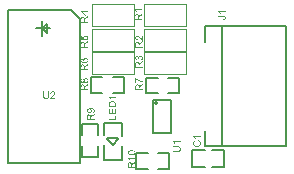
<source format=gto>
G04*
G04 #@! TF.GenerationSoftware,Altium Limited,Altium Designer,18.0.7 (293)*
G04*
G04 Layer_Color=65535*
%FSLAX25Y25*%
%MOIN*%
G70*
G01*
G75*
%ADD10C,0.00500*%
%ADD11C,0.00787*%
%ADD12C,0.00700*%
%ADD13C,0.00394*%
%ADD14C,0.00787*%
G36*
X72854Y52917D02*
X70880D01*
X70884Y52913D01*
X70899Y52898D01*
X70919Y52871D01*
X70946Y52836D01*
X70980Y52794D01*
X71015Y52744D01*
X71057Y52686D01*
X71095Y52621D01*
Y52617D01*
X71099Y52613D01*
X71114Y52590D01*
X71134Y52556D01*
X71157Y52513D01*
X71184Y52464D01*
X71207Y52410D01*
X71233Y52352D01*
X71257Y52298D01*
X70953D01*
Y52302D01*
X70949Y52310D01*
X70942Y52325D01*
X70930Y52341D01*
X70919Y52364D01*
X70907Y52391D01*
X70872Y52452D01*
X70830Y52521D01*
X70780Y52598D01*
X70723Y52675D01*
X70661Y52748D01*
X70657Y52752D01*
X70654Y52755D01*
X70631Y52779D01*
X70596Y52813D01*
X70554Y52855D01*
X70500Y52901D01*
X70442Y52947D01*
X70381Y52990D01*
X70319Y53024D01*
Y53228D01*
X72854D01*
Y52917D01*
D02*
G37*
G36*
X72132Y51638D02*
X72163D01*
X72232Y51634D01*
X72312Y51623D01*
X72393Y51611D01*
X72474Y51592D01*
X72543Y51565D01*
X72551Y51561D01*
X72570Y51550D01*
X72601Y51530D01*
X72639Y51507D01*
X72685Y51473D01*
X72727Y51431D01*
X72769Y51377D01*
X72808Y51319D01*
X72812Y51312D01*
X72823Y51289D01*
X72835Y51254D01*
X72850Y51208D01*
X72869Y51150D01*
X72881Y51085D01*
X72892Y51008D01*
X72896Y50928D01*
Y50897D01*
X72892Y50874D01*
X72888Y50847D01*
X72885Y50812D01*
X72873Y50739D01*
X72850Y50659D01*
X72816Y50574D01*
X72796Y50532D01*
X72769Y50494D01*
X72743Y50455D01*
X72708Y50421D01*
X72704D01*
X72700Y50413D01*
X72689Y50405D01*
X72673Y50394D01*
X72650Y50379D01*
X72627Y50367D01*
X72597Y50348D01*
X72566Y50332D01*
X72527Y50317D01*
X72485Y50302D01*
X72439Y50286D01*
X72386Y50275D01*
X72332Y50263D01*
X72270Y50256D01*
X72209Y50252D01*
X72140D01*
X72097Y50551D01*
X72101D01*
X72109D01*
X72124D01*
X72144Y50555D01*
X72167D01*
X72193Y50559D01*
X72255Y50570D01*
X72324Y50582D01*
X72389Y50601D01*
X72447Y50628D01*
X72474Y50643D01*
X72497Y50659D01*
X72501Y50663D01*
X72512Y50678D01*
X72531Y50697D01*
X72547Y50728D01*
X72566Y50766D01*
X72585Y50812D01*
X72597Y50866D01*
X72601Y50928D01*
Y50951D01*
X72597Y50974D01*
X72593Y51001D01*
X72585Y51035D01*
X72578Y51073D01*
X72562Y51108D01*
X72543Y51143D01*
X72539Y51147D01*
X72531Y51158D01*
X72520Y51173D01*
X72501Y51193D01*
X72482Y51216D01*
X72455Y51235D01*
X72424Y51254D01*
X72389Y51269D01*
X72386D01*
X72370Y51277D01*
X72347Y51281D01*
X72312Y51289D01*
X72266Y51296D01*
X72213Y51300D01*
X72147Y51308D01*
X72071D01*
X70331D01*
Y51642D01*
X72051D01*
X72055D01*
X72067D01*
X72082D01*
X72105D01*
X72132Y51638D01*
D02*
G37*
G36*
X13981Y25064D02*
Y25060D01*
Y25048D01*
Y25029D01*
Y25002D01*
X13978Y24968D01*
Y24933D01*
X13974Y24891D01*
X13970Y24845D01*
X13958Y24749D01*
X13943Y24649D01*
X13924Y24549D01*
X13893Y24461D01*
Y24457D01*
X13889Y24449D01*
X13885Y24438D01*
X13878Y24422D01*
X13855Y24384D01*
X13824Y24330D01*
X13782Y24273D01*
X13728Y24211D01*
X13659Y24154D01*
X13582Y24096D01*
X13578D01*
X13571Y24088D01*
X13559Y24084D01*
X13540Y24073D01*
X13521Y24065D01*
X13494Y24054D01*
X13459Y24038D01*
X13425Y24027D01*
X13386Y24015D01*
X13340Y24000D01*
X13294Y23989D01*
X13240Y23981D01*
X13125Y23965D01*
X12995Y23958D01*
X12960D01*
X12937Y23962D01*
X12906D01*
X12872Y23965D01*
X12833Y23969D01*
X12791Y23973D01*
X12699Y23989D01*
X12603Y24008D01*
X12503Y24038D01*
X12415Y24077D01*
X12411D01*
X12403Y24084D01*
X12395Y24088D01*
X12380Y24100D01*
X12338Y24127D01*
X12292Y24169D01*
X12238Y24219D01*
X12188Y24276D01*
X12138Y24349D01*
X12096Y24430D01*
Y24434D01*
X12092Y24442D01*
X12088Y24453D01*
X12081Y24472D01*
X12073Y24495D01*
X12065Y24526D01*
X12058Y24561D01*
X12050Y24599D01*
X12038Y24641D01*
X12031Y24687D01*
X12023Y24741D01*
X12015Y24795D01*
X12008Y24856D01*
X12004Y24922D01*
X12000Y24991D01*
Y25064D01*
Y26523D01*
X12334D01*
Y25064D01*
Y25060D01*
Y25048D01*
Y25033D01*
Y25010D01*
Y24983D01*
X12338Y24952D01*
X12342Y24879D01*
X12349Y24803D01*
X12357Y24722D01*
X12372Y24645D01*
X12380Y24611D01*
X12392Y24580D01*
X12395Y24572D01*
X12403Y24553D01*
X12419Y24526D01*
X12442Y24491D01*
X12468Y24453D01*
X12507Y24411D01*
X12549Y24373D01*
X12603Y24338D01*
X12611Y24334D01*
X12630Y24326D01*
X12661Y24311D01*
X12703Y24299D01*
X12756Y24284D01*
X12818Y24269D01*
X12887Y24261D01*
X12964Y24257D01*
X12998D01*
X13025Y24261D01*
X13056D01*
X13091Y24265D01*
X13167Y24276D01*
X13256Y24299D01*
X13340Y24326D01*
X13421Y24369D01*
X13459Y24392D01*
X13490Y24422D01*
Y24426D01*
X13498Y24430D01*
X13505Y24442D01*
X13513Y24457D01*
X13528Y24476D01*
X13540Y24499D01*
X13555Y24530D01*
X13571Y24565D01*
X13582Y24607D01*
X13597Y24653D01*
X13613Y24703D01*
X13624Y24764D01*
X13632Y24829D01*
X13640Y24899D01*
X13647Y24979D01*
Y25064D01*
Y26523D01*
X13981D01*
Y25064D01*
D02*
G37*
G36*
X15306Y26531D02*
X15337Y26527D01*
X15371Y26523D01*
X15410Y26519D01*
X15452Y26507D01*
X15544Y26485D01*
X15640Y26450D01*
X15690Y26427D01*
X15736Y26400D01*
X15779Y26365D01*
X15821Y26331D01*
X15825Y26327D01*
X15829Y26323D01*
X15840Y26312D01*
X15855Y26296D01*
X15871Y26273D01*
X15890Y26250D01*
X15928Y26193D01*
X15967Y26120D01*
X16001Y26035D01*
X16028Y25939D01*
X16032Y25885D01*
X16036Y25832D01*
Y25824D01*
Y25805D01*
X16032Y25774D01*
X16028Y25736D01*
X16021Y25690D01*
X16009Y25640D01*
X15994Y25586D01*
X15971Y25532D01*
X15967Y25525D01*
X15959Y25505D01*
X15944Y25478D01*
X15921Y25440D01*
X15894Y25394D01*
X15859Y25340D01*
X15813Y25286D01*
X15763Y25225D01*
X15755Y25217D01*
X15736Y25194D01*
X15702Y25160D01*
X15679Y25137D01*
X15652Y25110D01*
X15621Y25079D01*
X15583Y25045D01*
X15544Y25010D01*
X15502Y24968D01*
X15456Y24925D01*
X15402Y24879D01*
X15349Y24833D01*
X15287Y24780D01*
X15283Y24776D01*
X15276Y24768D01*
X15260Y24757D01*
X15241Y24741D01*
X15195Y24703D01*
X15137Y24653D01*
X15080Y24599D01*
X15018Y24545D01*
X14968Y24499D01*
X14949Y24480D01*
X14930Y24461D01*
X14926Y24457D01*
X14918Y24445D01*
X14903Y24430D01*
X14884Y24407D01*
X14842Y24357D01*
X14799Y24296D01*
X16040D01*
Y24000D01*
X14369D01*
Y24004D01*
Y24019D01*
Y24042D01*
X14373Y24069D01*
X14377Y24100D01*
X14381Y24134D01*
X14392Y24173D01*
X14404Y24211D01*
Y24215D01*
X14408Y24219D01*
X14415Y24242D01*
X14431Y24273D01*
X14454Y24319D01*
X14481Y24369D01*
X14519Y24426D01*
X14557Y24484D01*
X14607Y24545D01*
Y24549D01*
X14615Y24553D01*
X14634Y24576D01*
X14665Y24611D01*
X14711Y24657D01*
X14769Y24710D01*
X14838Y24776D01*
X14922Y24849D01*
X15014Y24929D01*
X15018Y24933D01*
X15034Y24945D01*
X15053Y24960D01*
X15080Y24987D01*
X15114Y25014D01*
X15153Y25048D01*
X15237Y25121D01*
X15329Y25210D01*
X15421Y25298D01*
X15468Y25340D01*
X15506Y25382D01*
X15540Y25425D01*
X15571Y25463D01*
Y25467D01*
X15579Y25471D01*
X15587Y25482D01*
X15594Y25498D01*
X15617Y25536D01*
X15644Y25586D01*
X15671Y25644D01*
X15694Y25705D01*
X15709Y25774D01*
X15717Y25839D01*
Y25843D01*
Y25847D01*
X15713Y25870D01*
X15709Y25905D01*
X15702Y25947D01*
X15683Y25997D01*
X15660Y26047D01*
X15629Y26101D01*
X15583Y26150D01*
X15575Y26154D01*
X15560Y26170D01*
X15529Y26189D01*
X15491Y26216D01*
X15441Y26239D01*
X15383Y26258D01*
X15314Y26273D01*
X15237Y26277D01*
X15214D01*
X15199Y26273D01*
X15160Y26269D01*
X15110Y26262D01*
X15053Y26243D01*
X14991Y26219D01*
X14934Y26185D01*
X14880Y26139D01*
X14876Y26131D01*
X14861Y26116D01*
X14838Y26085D01*
X14815Y26043D01*
X14788Y25989D01*
X14769Y25928D01*
X14753Y25855D01*
X14746Y25770D01*
X14427Y25805D01*
Y25809D01*
Y25820D01*
X14431Y25839D01*
X14435Y25862D01*
X14442Y25893D01*
X14446Y25928D01*
X14469Y26004D01*
X14500Y26093D01*
X14542Y26181D01*
X14600Y26269D01*
X14630Y26308D01*
X14669Y26346D01*
X14673Y26350D01*
X14680Y26354D01*
X14692Y26365D01*
X14707Y26377D01*
X14730Y26388D01*
X14757Y26408D01*
X14788Y26423D01*
X14822Y26442D01*
X14861Y26458D01*
X14903Y26477D01*
X14953Y26492D01*
X15003Y26504D01*
X15118Y26527D01*
X15179Y26531D01*
X15245Y26534D01*
X15279D01*
X15306Y26531D01*
D02*
G37*
G36*
X57781Y9520D02*
X55807D01*
X55811Y9516D01*
X55826Y9501D01*
X55845Y9474D01*
X55872Y9440D01*
X55907Y9397D01*
X55941Y9347D01*
X55984Y9290D01*
X56022Y9224D01*
Y9221D01*
X56026Y9217D01*
X56041Y9194D01*
X56060Y9159D01*
X56083Y9117D01*
X56110Y9067D01*
X56133Y9013D01*
X56160Y8956D01*
X56183Y8902D01*
X55880D01*
Y8906D01*
X55876Y8913D01*
X55868Y8929D01*
X55857Y8944D01*
X55845Y8967D01*
X55834Y8994D01*
X55799Y9056D01*
X55757Y9125D01*
X55707Y9201D01*
X55650Y9278D01*
X55588Y9351D01*
X55584Y9355D01*
X55580Y9359D01*
X55557Y9382D01*
X55523Y9416D01*
X55481Y9459D01*
X55427Y9505D01*
X55369Y9551D01*
X55308Y9593D01*
X55246Y9628D01*
Y9831D01*
X57781D01*
Y9520D01*
D02*
G37*
G36*
X56813Y8230D02*
X56848D01*
X56890Y8226D01*
X56936Y8222D01*
X57032Y8211D01*
X57132Y8195D01*
X57232Y8176D01*
X57320Y8145D01*
X57324D01*
X57331Y8142D01*
X57343Y8138D01*
X57358Y8130D01*
X57397Y8107D01*
X57450Y8076D01*
X57508Y8034D01*
X57569Y7980D01*
X57627Y7911D01*
X57685Y7834D01*
Y7831D01*
X57692Y7823D01*
X57696Y7811D01*
X57708Y7792D01*
X57715Y7773D01*
X57727Y7746D01*
X57742Y7712D01*
X57754Y7677D01*
X57765Y7639D01*
X57781Y7593D01*
X57792Y7547D01*
X57800Y7493D01*
X57815Y7378D01*
X57823Y7247D01*
Y7212D01*
X57819Y7189D01*
Y7159D01*
X57815Y7124D01*
X57811Y7086D01*
X57808Y7043D01*
X57792Y6951D01*
X57773Y6855D01*
X57742Y6755D01*
X57704Y6667D01*
Y6663D01*
X57696Y6656D01*
X57692Y6648D01*
X57681Y6633D01*
X57654Y6590D01*
X57612Y6544D01*
X57562Y6490D01*
X57504Y6441D01*
X57431Y6391D01*
X57351Y6348D01*
X57347D01*
X57339Y6345D01*
X57328Y6341D01*
X57308Y6333D01*
X57285Y6325D01*
X57255Y6318D01*
X57220Y6310D01*
X57182Y6302D01*
X57139Y6291D01*
X57093Y6283D01*
X57040Y6275D01*
X56986Y6268D01*
X56924Y6260D01*
X56859Y6256D01*
X56790Y6252D01*
X56717D01*
X55258D01*
Y6587D01*
X56717D01*
X56721D01*
X56732D01*
X56748D01*
X56771D01*
X56798D01*
X56828Y6590D01*
X56901Y6594D01*
X56978Y6602D01*
X57059Y6610D01*
X57136Y6625D01*
X57170Y6633D01*
X57201Y6644D01*
X57209Y6648D01*
X57228Y6656D01*
X57255Y6671D01*
X57289Y6694D01*
X57328Y6721D01*
X57370Y6759D01*
X57408Y6802D01*
X57443Y6855D01*
X57447Y6863D01*
X57454Y6882D01*
X57470Y6913D01*
X57481Y6955D01*
X57497Y7009D01*
X57512Y7070D01*
X57520Y7139D01*
X57523Y7216D01*
Y7251D01*
X57520Y7278D01*
Y7308D01*
X57516Y7343D01*
X57504Y7420D01*
X57481Y7508D01*
X57454Y7593D01*
X57412Y7673D01*
X57389Y7712D01*
X57358Y7742D01*
X57354D01*
X57351Y7750D01*
X57339Y7758D01*
X57324Y7765D01*
X57305Y7781D01*
X57282Y7792D01*
X57251Y7808D01*
X57216Y7823D01*
X57174Y7834D01*
X57128Y7850D01*
X57078Y7865D01*
X57016Y7877D01*
X56951Y7884D01*
X56882Y7892D01*
X56801Y7900D01*
X56717D01*
X55258D01*
Y8234D01*
X56717D01*
X56721D01*
X56732D01*
X56752D01*
X56779D01*
X56813Y8230D01*
D02*
G37*
G36*
X41575Y6847D02*
X41617D01*
X41667Y6843D01*
X41721Y6839D01*
X41836Y6828D01*
X41955Y6812D01*
X42074Y6789D01*
X42128Y6774D01*
X42181Y6759D01*
X42185D01*
X42193Y6755D01*
X42208Y6751D01*
X42228Y6743D01*
X42250Y6732D01*
X42274Y6720D01*
X42335Y6690D01*
X42404Y6651D01*
X42473Y6605D01*
X42542Y6551D01*
X42604Y6486D01*
Y6482D01*
X42612Y6478D01*
X42615Y6467D01*
X42627Y6455D01*
X42650Y6413D01*
X42677Y6363D01*
X42704Y6294D01*
X42727Y6217D01*
X42742Y6129D01*
X42750Y6029D01*
Y5994D01*
X42746Y5968D01*
X42742Y5937D01*
X42734Y5902D01*
X42727Y5864D01*
X42719Y5822D01*
X42688Y5730D01*
X42665Y5680D01*
X42642Y5634D01*
X42612Y5584D01*
X42577Y5538D01*
X42538Y5495D01*
X42492Y5453D01*
X42489Y5449D01*
X42477Y5442D01*
X42458Y5430D01*
X42431Y5415D01*
X42396Y5395D01*
X42354Y5376D01*
X42304Y5353D01*
X42243Y5330D01*
X42178Y5307D01*
X42101Y5284D01*
X42016Y5265D01*
X41924Y5246D01*
X41820Y5230D01*
X41713Y5219D01*
X41590Y5211D01*
X41463Y5207D01*
X41460D01*
X41444D01*
X41421D01*
X41390D01*
X41352Y5211D01*
X41310D01*
X41260Y5215D01*
X41206Y5219D01*
X41091Y5230D01*
X40972Y5246D01*
X40853Y5265D01*
X40799Y5280D01*
X40745Y5296D01*
X40741D01*
X40734Y5300D01*
X40718Y5307D01*
X40699Y5315D01*
X40676Y5322D01*
X40649Y5334D01*
X40588Y5365D01*
X40519Y5403D01*
X40450Y5449D01*
X40384Y5503D01*
X40323Y5568D01*
Y5572D01*
X40315Y5576D01*
X40308Y5587D01*
X40300Y5603D01*
X40277Y5641D01*
X40246Y5695D01*
X40219Y5760D01*
X40196Y5841D01*
X40181Y5929D01*
X40173Y6029D01*
Y6064D01*
X40177Y6102D01*
X40185Y6148D01*
X40192Y6202D01*
X40208Y6263D01*
X40231Y6325D01*
X40258Y6382D01*
X40261Y6390D01*
X40273Y6409D01*
X40292Y6436D01*
X40315Y6475D01*
X40350Y6513D01*
X40392Y6555D01*
X40438Y6597D01*
X40492Y6636D01*
X40499Y6640D01*
X40519Y6651D01*
X40553Y6670D01*
X40595Y6693D01*
X40649Y6716D01*
X40714Y6743D01*
X40788Y6770D01*
X40868Y6793D01*
X40872D01*
X40880Y6797D01*
X40891D01*
X40910Y6801D01*
X40930Y6809D01*
X40956Y6812D01*
X40991Y6816D01*
X41026Y6824D01*
X41068Y6828D01*
X41110Y6832D01*
X41160Y6839D01*
X41214Y6843D01*
X41271Y6847D01*
X41329D01*
X41463Y6851D01*
X41467D01*
X41482D01*
X41506D01*
X41536D01*
X41575Y6847D01*
D02*
G37*
G36*
X42707Y4105D02*
X40734D01*
X40738Y4101D01*
X40753Y4086D01*
X40772Y4059D01*
X40799Y4025D01*
X40834Y3982D01*
X40868Y3932D01*
X40910Y3875D01*
X40949Y3810D01*
Y3806D01*
X40953Y3802D01*
X40968Y3779D01*
X40987Y3744D01*
X41010Y3702D01*
X41037Y3652D01*
X41060Y3598D01*
X41087Y3541D01*
X41110Y3487D01*
X40807D01*
Y3491D01*
X40803Y3498D01*
X40795Y3514D01*
X40784Y3529D01*
X40772Y3552D01*
X40761Y3579D01*
X40726Y3641D01*
X40684Y3710D01*
X40634Y3787D01*
X40576Y3863D01*
X40515Y3936D01*
X40511Y3940D01*
X40507Y3944D01*
X40484Y3967D01*
X40450Y4002D01*
X40407Y4044D01*
X40354Y4090D01*
X40296Y4136D01*
X40235Y4178D01*
X40173Y4213D01*
Y4416D01*
X42707D01*
Y4105D01*
D02*
G37*
G36*
Y2638D02*
X42185Y2304D01*
X42181D01*
X42174Y2297D01*
X42162Y2289D01*
X42147Y2281D01*
X42108Y2254D01*
X42059Y2220D01*
X42001Y2181D01*
X41943Y2139D01*
X41890Y2101D01*
X41840Y2062D01*
X41836Y2059D01*
X41820Y2047D01*
X41797Y2028D01*
X41770Y2009D01*
X41717Y1951D01*
X41690Y1924D01*
X41671Y1893D01*
X41667Y1890D01*
X41663Y1882D01*
X41655Y1867D01*
X41644Y1847D01*
X41621Y1801D01*
X41602Y1744D01*
Y1740D01*
X41598Y1732D01*
Y1717D01*
X41594Y1698D01*
X41590Y1671D01*
Y1640D01*
X41586Y1602D01*
Y1171D01*
X42707D01*
Y837D01*
X40185D01*
Y2009D01*
X40188Y2039D01*
Y2070D01*
X40192Y2147D01*
X40200Y2228D01*
X40215Y2312D01*
X40231Y2393D01*
X40242Y2431D01*
X40254Y2466D01*
Y2469D01*
X40258Y2473D01*
X40265Y2496D01*
X40284Y2527D01*
X40311Y2565D01*
X40342Y2612D01*
X40384Y2658D01*
X40434Y2704D01*
X40496Y2746D01*
X40503Y2750D01*
X40526Y2761D01*
X40561Y2780D01*
X40607Y2800D01*
X40665Y2819D01*
X40730Y2838D01*
X40799Y2850D01*
X40876Y2853D01*
X40880D01*
X40887D01*
X40903D01*
X40922Y2850D01*
X40945D01*
X40972Y2846D01*
X41033Y2830D01*
X41106Y2811D01*
X41179Y2780D01*
X41256Y2734D01*
X41294Y2708D01*
X41329Y2677D01*
X41337Y2669D01*
X41344Y2658D01*
X41360Y2646D01*
X41371Y2627D01*
X41390Y2604D01*
X41406Y2577D01*
X41425Y2546D01*
X41444Y2512D01*
X41463Y2469D01*
X41482Y2427D01*
X41502Y2377D01*
X41521Y2327D01*
X41536Y2270D01*
X41548Y2208D01*
X41559Y2143D01*
X41563Y2151D01*
X41571Y2166D01*
X41582Y2189D01*
X41598Y2216D01*
X41640Y2281D01*
X41663Y2316D01*
X41686Y2343D01*
X41694Y2350D01*
X41709Y2370D01*
X41740Y2396D01*
X41778Y2431D01*
X41828Y2473D01*
X41886Y2519D01*
X41951Y2569D01*
X42024Y2619D01*
X42707Y3057D01*
Y2638D01*
D02*
G37*
G36*
X27912Y20863D02*
X27962D01*
X28012Y20860D01*
X28069Y20856D01*
X28192Y20840D01*
X28322Y20821D01*
X28449Y20794D01*
X28507Y20779D01*
X28565Y20760D01*
X28568D01*
X28576Y20756D01*
X28591Y20748D01*
X28611Y20741D01*
X28637Y20729D01*
X28664Y20718D01*
X28726Y20683D01*
X28799Y20637D01*
X28872Y20583D01*
X28941Y20522D01*
X29002Y20449D01*
Y20445D01*
X29010Y20441D01*
X29014Y20429D01*
X29025Y20410D01*
X29037Y20391D01*
X29048Y20368D01*
X29075Y20311D01*
X29102Y20237D01*
X29125Y20157D01*
X29140Y20061D01*
X29148Y19961D01*
Y19934D01*
X29144Y19911D01*
Y19888D01*
X29140Y19857D01*
X29129Y19788D01*
X29110Y19711D01*
X29079Y19631D01*
X29041Y19554D01*
X28987Y19477D01*
X28983Y19473D01*
X28979Y19469D01*
X28956Y19446D01*
X28918Y19416D01*
X28868Y19377D01*
X28802Y19339D01*
X28722Y19304D01*
X28630Y19274D01*
X28522Y19254D01*
X28499Y19550D01*
X28503D01*
X28507D01*
X28518Y19554D01*
X28534Y19558D01*
X28572Y19566D01*
X28614Y19581D01*
X28664Y19600D01*
X28714Y19623D01*
X28764Y19654D01*
X28802Y19692D01*
X28806Y19696D01*
X28818Y19711D01*
X28833Y19735D01*
X28849Y19769D01*
X28864Y19807D01*
X28879Y19853D01*
X28891Y19907D01*
X28895Y19969D01*
Y19992D01*
X28891Y20019D01*
X28887Y20053D01*
X28879Y20092D01*
X28868Y20134D01*
X28852Y20176D01*
X28829Y20218D01*
X28826Y20222D01*
X28818Y20237D01*
X28802Y20257D01*
X28783Y20280D01*
X28760Y20311D01*
X28730Y20337D01*
X28695Y20368D01*
X28657Y20395D01*
X28653Y20399D01*
X28637Y20406D01*
X28611Y20418D01*
X28576Y20437D01*
X28534Y20452D01*
X28484Y20472D01*
X28426Y20491D01*
X28361Y20510D01*
X28357D01*
X28353Y20514D01*
X28342D01*
X28330Y20518D01*
X28292Y20526D01*
X28242Y20533D01*
X28184Y20541D01*
X28123Y20549D01*
X28054Y20556D01*
X27981D01*
X27977D01*
X27965D01*
X27946D01*
X27919D01*
X27927Y20552D01*
X27942Y20537D01*
X27973Y20518D01*
X28004Y20487D01*
X28042Y20452D01*
X28084Y20406D01*
X28123Y20357D01*
X28161Y20299D01*
X28165Y20291D01*
X28177Y20272D01*
X28188Y20237D01*
X28203Y20195D01*
X28223Y20145D01*
X28234Y20088D01*
X28246Y20022D01*
X28250Y19953D01*
Y19923D01*
X28246Y19900D01*
X28242Y19873D01*
X28238Y19842D01*
X28223Y19769D01*
X28196Y19684D01*
X28177Y19642D01*
X28154Y19596D01*
X28127Y19554D01*
X28096Y19508D01*
X28061Y19466D01*
X28023Y19423D01*
X28019Y19420D01*
X28012Y19416D01*
X28000Y19404D01*
X27981Y19389D01*
X27958Y19374D01*
X27931Y19354D01*
X27900Y19335D01*
X27862Y19316D01*
X27823Y19297D01*
X27777Y19277D01*
X27727Y19258D01*
X27674Y19243D01*
X27616Y19228D01*
X27558Y19216D01*
X27493Y19212D01*
X27424Y19208D01*
X27420D01*
X27409D01*
X27386D01*
X27359Y19212D01*
X27328Y19216D01*
X27290Y19220D01*
X27247Y19228D01*
X27201Y19235D01*
X27105Y19262D01*
X27051Y19281D01*
X27002Y19304D01*
X26948Y19327D01*
X26898Y19358D01*
X26852Y19393D01*
X26806Y19431D01*
X26802Y19435D01*
X26794Y19443D01*
X26783Y19454D01*
X26767Y19473D01*
X26752Y19492D01*
X26733Y19519D01*
X26710Y19550D01*
X26687Y19589D01*
X26667Y19627D01*
X26645Y19669D01*
X26606Y19765D01*
X26594Y19819D01*
X26583Y19876D01*
X26575Y19938D01*
X26572Y19999D01*
Y20022D01*
X26575Y20042D01*
Y20061D01*
X26579Y20088D01*
X26587Y20149D01*
X26606Y20218D01*
X26629Y20291D01*
X26660Y20372D01*
X26706Y20449D01*
Y20452D01*
X26714Y20456D01*
X26721Y20468D01*
X26729Y20483D01*
X26760Y20518D01*
X26802Y20564D01*
X26860Y20614D01*
X26921Y20668D01*
X26998Y20718D01*
X27086Y20760D01*
X27090D01*
X27098Y20764D01*
X27113Y20771D01*
X27132Y20775D01*
X27155Y20787D01*
X27186Y20794D01*
X27224Y20802D01*
X27266Y20813D01*
X27313Y20825D01*
X27366Y20833D01*
X27424Y20844D01*
X27485Y20852D01*
X27555Y20856D01*
X27628Y20863D01*
X27708Y20867D01*
X27793D01*
X27797D01*
X27816D01*
X27839D01*
X27873D01*
X27912Y20863D01*
D02*
G37*
G36*
X29106Y18598D02*
X28584Y18264D01*
X28580D01*
X28572Y18256D01*
X28561Y18248D01*
X28545Y18241D01*
X28507Y18214D01*
X28457Y18179D01*
X28399Y18141D01*
X28342Y18099D01*
X28288Y18060D01*
X28238Y18022D01*
X28234Y18018D01*
X28219Y18007D01*
X28196Y17987D01*
X28169Y17968D01*
X28115Y17910D01*
X28088Y17884D01*
X28069Y17853D01*
X28065Y17849D01*
X28061Y17841D01*
X28054Y17826D01*
X28042Y17807D01*
X28019Y17761D01*
X28000Y17703D01*
Y17699D01*
X27996Y17692D01*
Y17676D01*
X27992Y17657D01*
X27988Y17630D01*
Y17599D01*
X27985Y17561D01*
Y17131D01*
X29106D01*
Y16797D01*
X26583D01*
Y17968D01*
X26587Y17999D01*
Y18030D01*
X26591Y18106D01*
X26598Y18187D01*
X26614Y18271D01*
X26629Y18352D01*
X26641Y18391D01*
X26652Y18425D01*
Y18429D01*
X26656Y18433D01*
X26664Y18456D01*
X26683Y18486D01*
X26710Y18525D01*
X26741Y18571D01*
X26783Y18617D01*
X26833Y18663D01*
X26894Y18705D01*
X26902Y18709D01*
X26925Y18721D01*
X26959Y18740D01*
X27005Y18759D01*
X27063Y18778D01*
X27128Y18798D01*
X27197Y18809D01*
X27274Y18813D01*
X27278D01*
X27286D01*
X27301D01*
X27320Y18809D01*
X27343D01*
X27370Y18805D01*
X27432Y18790D01*
X27505Y18771D01*
X27578Y18740D01*
X27654Y18694D01*
X27693Y18667D01*
X27727Y18636D01*
X27735Y18629D01*
X27743Y18617D01*
X27758Y18606D01*
X27770Y18586D01*
X27789Y18563D01*
X27804Y18536D01*
X27823Y18506D01*
X27843Y18471D01*
X27862Y18429D01*
X27881Y18387D01*
X27900Y18337D01*
X27919Y18287D01*
X27935Y18229D01*
X27946Y18168D01*
X27958Y18102D01*
X27962Y18110D01*
X27969Y18125D01*
X27981Y18148D01*
X27996Y18175D01*
X28038Y18241D01*
X28061Y18275D01*
X28084Y18302D01*
X28092Y18310D01*
X28108Y18329D01*
X28138Y18356D01*
X28177Y18391D01*
X28227Y18433D01*
X28284Y18479D01*
X28349Y18529D01*
X28422Y18579D01*
X29106Y19016D01*
Y18598D01*
D02*
G37*
G36*
X26332Y30863D02*
X26359Y30860D01*
X26393Y30856D01*
X26470Y30840D01*
X26555Y30810D01*
X26601Y30794D01*
X26647Y30771D01*
X26693Y30744D01*
X26739Y30714D01*
X26781Y30679D01*
X26823Y30637D01*
X26827Y30633D01*
X26831Y30625D01*
X26843Y30614D01*
X26858Y30595D01*
X26873Y30572D01*
X26893Y30545D01*
X26912Y30514D01*
X26931Y30476D01*
X26954Y30433D01*
X26973Y30387D01*
X26992Y30337D01*
X27008Y30284D01*
X27023Y30230D01*
X27035Y30168D01*
X27038Y30103D01*
X27042Y30034D01*
Y29999D01*
X27038Y29972D01*
X27035Y29942D01*
X27031Y29903D01*
X27023Y29865D01*
X27015Y29819D01*
X26989Y29723D01*
X26969Y29673D01*
X26950Y29623D01*
X26923Y29573D01*
X26896Y29523D01*
X26862Y29477D01*
X26823Y29431D01*
X26820Y29427D01*
X26812Y29420D01*
X26800Y29412D01*
X26785Y29397D01*
X26762Y29377D01*
X26735Y29358D01*
X26704Y29339D01*
X26670Y29320D01*
X26631Y29297D01*
X26589Y29278D01*
X26497Y29239D01*
X26443Y29224D01*
X26389Y29216D01*
X26332Y29208D01*
X26270Y29204D01*
X26267D01*
X26259D01*
X26247D01*
X26228Y29208D01*
X26209D01*
X26182Y29212D01*
X26128Y29220D01*
X26063Y29235D01*
X25994Y29258D01*
X25925Y29285D01*
X25859Y29327D01*
X25856D01*
X25852Y29335D01*
X25833Y29351D01*
X25802Y29381D01*
X25767Y29420D01*
X25729Y29469D01*
X25691Y29531D01*
X25656Y29604D01*
X25629Y29684D01*
Y29681D01*
X25625Y29677D01*
X25618Y29654D01*
X25598Y29619D01*
X25579Y29577D01*
X25548Y29527D01*
X25514Y29481D01*
X25475Y29435D01*
X25429Y29397D01*
X25422Y29393D01*
X25406Y29381D01*
X25379Y29366D01*
X25341Y29351D01*
X25295Y29335D01*
X25241Y29320D01*
X25184Y29308D01*
X25118Y29304D01*
X25115D01*
X25107D01*
X25091D01*
X25072Y29308D01*
X25049Y29312D01*
X25022Y29316D01*
X24957Y29327D01*
X24884Y29351D01*
X24807Y29389D01*
X24765Y29408D01*
X24727Y29435D01*
X24688Y29466D01*
X24654Y29500D01*
X24650Y29504D01*
X24646Y29508D01*
X24635Y29519D01*
X24623Y29535D01*
X24611Y29558D01*
X24592Y29581D01*
X24577Y29608D01*
X24558Y29642D01*
X24523Y29715D01*
X24496Y29807D01*
X24473Y29911D01*
X24469Y29965D01*
X24466Y30026D01*
Y30057D01*
X24469Y30080D01*
Y30111D01*
X24477Y30141D01*
X24489Y30218D01*
X24512Y30303D01*
X24546Y30391D01*
X24569Y30437D01*
X24592Y30479D01*
X24623Y30522D01*
X24658Y30560D01*
X24661Y30564D01*
X24665Y30568D01*
X24677Y30579D01*
X24692Y30591D01*
X24711Y30606D01*
X24734Y30625D01*
X24788Y30664D01*
X24857Y30698D01*
X24938Y30733D01*
X25026Y30756D01*
X25076Y30760D01*
X25126Y30764D01*
X25134D01*
X25157D01*
X25188Y30760D01*
X25230Y30752D01*
X25280Y30740D01*
X25330Y30725D01*
X25383Y30702D01*
X25433Y30671D01*
X25437Y30668D01*
X25453Y30656D01*
X25475Y30633D01*
X25506Y30602D01*
X25537Y30564D01*
X25568Y30514D01*
X25602Y30456D01*
X25629Y30391D01*
Y30395D01*
X25633Y30403D01*
X25637Y30414D01*
X25644Y30430D01*
X25664Y30472D01*
X25687Y30522D01*
X25721Y30579D01*
X25763Y30637D01*
X25817Y30694D01*
X25875Y30744D01*
X25883Y30748D01*
X25906Y30764D01*
X25940Y30783D01*
X25990Y30806D01*
X26048Y30829D01*
X26117Y30848D01*
X26194Y30863D01*
X26278Y30867D01*
X26282D01*
X26293D01*
X26309D01*
X26332Y30863D01*
D02*
G37*
G36*
X27000Y28598D02*
X26478Y28264D01*
X26474D01*
X26466Y28256D01*
X26455Y28248D01*
X26439Y28241D01*
X26401Y28214D01*
X26351Y28179D01*
X26293Y28141D01*
X26236Y28099D01*
X26182Y28060D01*
X26132Y28022D01*
X26128Y28018D01*
X26113Y28007D01*
X26090Y27987D01*
X26063Y27968D01*
X26009Y27910D01*
X25982Y27884D01*
X25963Y27853D01*
X25959Y27849D01*
X25956Y27841D01*
X25948Y27826D01*
X25936Y27807D01*
X25913Y27761D01*
X25894Y27703D01*
Y27699D01*
X25890Y27692D01*
Y27676D01*
X25886Y27657D01*
X25883Y27630D01*
Y27599D01*
X25879Y27561D01*
Y27131D01*
X27000D01*
Y26797D01*
X24477D01*
Y27968D01*
X24481Y27999D01*
Y28030D01*
X24485Y28106D01*
X24493Y28187D01*
X24508Y28271D01*
X24523Y28352D01*
X24535Y28390D01*
X24546Y28425D01*
Y28429D01*
X24550Y28433D01*
X24558Y28456D01*
X24577Y28486D01*
X24604Y28525D01*
X24635Y28571D01*
X24677Y28617D01*
X24727Y28663D01*
X24788Y28705D01*
X24796Y28709D01*
X24819Y28721D01*
X24853Y28740D01*
X24900Y28759D01*
X24957Y28778D01*
X25022Y28798D01*
X25091Y28809D01*
X25168Y28813D01*
X25172D01*
X25180D01*
X25195D01*
X25214Y28809D01*
X25237D01*
X25264Y28805D01*
X25326Y28790D01*
X25399Y28771D01*
X25472Y28740D01*
X25548Y28694D01*
X25587Y28667D01*
X25621Y28636D01*
X25629Y28629D01*
X25637Y28617D01*
X25652Y28605D01*
X25664Y28586D01*
X25683Y28563D01*
X25698Y28536D01*
X25717Y28506D01*
X25737Y28471D01*
X25756Y28429D01*
X25775Y28387D01*
X25794Y28337D01*
X25813Y28287D01*
X25829Y28229D01*
X25840Y28168D01*
X25852Y28102D01*
X25856Y28110D01*
X25863Y28126D01*
X25875Y28148D01*
X25890Y28175D01*
X25932Y28241D01*
X25956Y28275D01*
X25979Y28302D01*
X25986Y28310D01*
X26002Y28329D01*
X26032Y28356D01*
X26071Y28390D01*
X26121Y28433D01*
X26178Y28479D01*
X26243Y28529D01*
X26316Y28579D01*
X27000Y29016D01*
Y28598D01*
D02*
G37*
G36*
X42973Y30856D02*
X42981Y30848D01*
X42996Y30836D01*
X43016Y30817D01*
X43042Y30798D01*
X43073Y30771D01*
X43112Y30740D01*
X43150Y30710D01*
X43196Y30675D01*
X43250Y30637D01*
X43303Y30595D01*
X43365Y30556D01*
X43430Y30514D01*
X43499Y30468D01*
X43576Y30426D01*
X43653Y30380D01*
X43657Y30376D01*
X43672Y30368D01*
X43695Y30356D01*
X43726Y30341D01*
X43764Y30322D01*
X43810Y30299D01*
X43864Y30272D01*
X43922Y30245D01*
X43983Y30218D01*
X44052Y30188D01*
X44125Y30157D01*
X44202Y30126D01*
X44359Y30068D01*
X44528Y30015D01*
X44532D01*
X44544Y30011D01*
X44559Y30007D01*
X44582Y29999D01*
X44613Y29992D01*
X44647Y29984D01*
X44690Y29976D01*
X44732Y29965D01*
X44782Y29957D01*
X44836Y29946D01*
X44951Y29926D01*
X45081Y29911D01*
X45220Y29900D01*
Y29581D01*
X45216D01*
X45204D01*
X45189D01*
X45166Y29585D01*
X45139D01*
X45105Y29588D01*
X45062Y29592D01*
X45020Y29596D01*
X44970Y29604D01*
X44912Y29612D01*
X44855Y29619D01*
X44793Y29631D01*
X44724Y29642D01*
X44655Y29658D01*
X44502Y29696D01*
X44498D01*
X44482Y29700D01*
X44459Y29708D01*
X44429Y29715D01*
X44390Y29727D01*
X44348Y29742D01*
X44298Y29757D01*
X44240Y29777D01*
X44183Y29800D01*
X44118Y29823D01*
X43979Y29877D01*
X43833Y29942D01*
X43687Y30015D01*
X43684Y30019D01*
X43668Y30026D01*
X43649Y30038D01*
X43622Y30053D01*
X43588Y30072D01*
X43549Y30095D01*
X43507Y30122D01*
X43457Y30149D01*
X43353Y30218D01*
X43242Y30295D01*
X43131Y30376D01*
X43023Y30464D01*
Y29228D01*
X42728D01*
Y30860D01*
X42970D01*
X42973Y30856D01*
D02*
G37*
G36*
X45220Y28598D02*
X44697Y28264D01*
X44694D01*
X44686Y28256D01*
X44674Y28248D01*
X44659Y28241D01*
X44621Y28214D01*
X44571Y28179D01*
X44513Y28141D01*
X44456Y28099D01*
X44402Y28060D01*
X44352Y28022D01*
X44348Y28018D01*
X44333Y28007D01*
X44310Y27987D01*
X44283Y27968D01*
X44229Y27910D01*
X44202Y27884D01*
X44183Y27853D01*
X44179Y27849D01*
X44175Y27841D01*
X44168Y27826D01*
X44156Y27807D01*
X44133Y27761D01*
X44114Y27703D01*
Y27699D01*
X44110Y27692D01*
Y27676D01*
X44106Y27657D01*
X44102Y27630D01*
Y27599D01*
X44098Y27561D01*
Y27131D01*
X45220D01*
Y26797D01*
X42697D01*
Y27968D01*
X42701Y27999D01*
Y28030D01*
X42704Y28106D01*
X42712Y28187D01*
X42728Y28271D01*
X42743Y28352D01*
X42754Y28390D01*
X42766Y28425D01*
Y28429D01*
X42770Y28433D01*
X42777Y28456D01*
X42797Y28486D01*
X42823Y28525D01*
X42854Y28571D01*
X42897Y28617D01*
X42946Y28663D01*
X43008Y28705D01*
X43016Y28709D01*
X43039Y28721D01*
X43073Y28740D01*
X43119Y28759D01*
X43177Y28778D01*
X43242Y28798D01*
X43311Y28809D01*
X43388Y28813D01*
X43392D01*
X43400D01*
X43415D01*
X43434Y28809D01*
X43457D01*
X43484Y28805D01*
X43545Y28790D01*
X43618Y28771D01*
X43691Y28740D01*
X43768Y28694D01*
X43807Y28667D01*
X43841Y28636D01*
X43849Y28629D01*
X43856Y28617D01*
X43872Y28605D01*
X43883Y28586D01*
X43903Y28563D01*
X43918Y28536D01*
X43937Y28506D01*
X43956Y28471D01*
X43975Y28429D01*
X43995Y28387D01*
X44014Y28337D01*
X44033Y28287D01*
X44049Y28229D01*
X44060Y28168D01*
X44071Y28102D01*
X44075Y28110D01*
X44083Y28126D01*
X44095Y28148D01*
X44110Y28175D01*
X44152Y28241D01*
X44175Y28275D01*
X44198Y28302D01*
X44206Y28310D01*
X44221Y28329D01*
X44252Y28356D01*
X44290Y28390D01*
X44340Y28433D01*
X44398Y28479D01*
X44463Y28529D01*
X44536Y28579D01*
X45220Y29016D01*
Y28598D01*
D02*
G37*
G36*
X26243Y37555D02*
X26267D01*
X26328Y37547D01*
X26393Y37532D01*
X26470Y37516D01*
X26547Y37490D01*
X26624Y37455D01*
X26627D01*
X26631Y37451D01*
X26643Y37444D01*
X26658Y37436D01*
X26693Y37413D01*
X26739Y37382D01*
X26789Y37340D01*
X26839Y37290D01*
X26889Y37236D01*
X26935Y37171D01*
X26939Y37163D01*
X26950Y37140D01*
X26969Y37102D01*
X26989Y37056D01*
X27008Y36994D01*
X27027Y36925D01*
X27038Y36848D01*
X27042Y36768D01*
Y36752D01*
X27038Y36729D01*
Y36702D01*
X27035Y36672D01*
X27027Y36633D01*
X27019Y36591D01*
X27008Y36545D01*
X26992Y36495D01*
X26973Y36441D01*
X26950Y36391D01*
X26923Y36338D01*
X26889Y36284D01*
X26850Y36230D01*
X26808Y36180D01*
X26758Y36134D01*
X26754Y36130D01*
X26743Y36123D01*
X26727Y36111D01*
X26704Y36096D01*
X26674Y36077D01*
X26635Y36057D01*
X26589Y36034D01*
X26535Y36015D01*
X26474Y35992D01*
X26405Y35969D01*
X26328Y35950D01*
X26243Y35931D01*
X26151Y35915D01*
X26048Y35904D01*
X25940Y35896D01*
X25821Y35892D01*
X25817D01*
X25813D01*
X25802D01*
X25790D01*
X25752D01*
X25702Y35896D01*
X25641Y35900D01*
X25572Y35908D01*
X25495Y35915D01*
X25414Y35927D01*
X25326Y35938D01*
X25237Y35958D01*
X25149Y35980D01*
X25065Y36007D01*
X24976Y36038D01*
X24900Y36073D01*
X24823Y36115D01*
X24757Y36161D01*
X24754Y36165D01*
X24746Y36173D01*
X24731Y36184D01*
X24711Y36203D01*
X24688Y36230D01*
X24665Y36257D01*
X24638Y36292D01*
X24611Y36330D01*
X24585Y36372D01*
X24558Y36422D01*
X24535Y36472D01*
X24512Y36530D01*
X24493Y36591D01*
X24477Y36656D01*
X24469Y36726D01*
X24466Y36799D01*
Y36825D01*
X24469Y36848D01*
Y36871D01*
X24473Y36902D01*
X24485Y36971D01*
X24508Y37048D01*
X24539Y37129D01*
X24577Y37209D01*
X24604Y37248D01*
X24635Y37286D01*
Y37290D01*
X24642Y37294D01*
X24665Y37317D01*
X24704Y37348D01*
X24754Y37386D01*
X24819Y37428D01*
X24896Y37463D01*
X24988Y37497D01*
X25091Y37516D01*
X25115Y37209D01*
X25111D01*
X25107D01*
X25084Y37202D01*
X25053Y37190D01*
X25015Y37179D01*
X24926Y37140D01*
X24888Y37117D01*
X24853Y37090D01*
X24846Y37086D01*
X24830Y37067D01*
X24811Y37040D01*
X24784Y37006D01*
X24761Y36960D01*
X24738Y36906D01*
X24723Y36845D01*
X24719Y36779D01*
Y36752D01*
X24723Y36726D01*
X24731Y36691D01*
X24738Y36649D01*
X24754Y36603D01*
X24777Y36560D01*
X24803Y36514D01*
X24807Y36507D01*
X24823Y36491D01*
X24850Y36464D01*
X24884Y36434D01*
X24926Y36395D01*
X24980Y36357D01*
X25045Y36318D01*
X25118Y36284D01*
X25122D01*
X25126Y36280D01*
X25141Y36276D01*
X25157Y36272D01*
X25176Y36265D01*
X25203Y36257D01*
X25234Y36249D01*
X25268Y36242D01*
X25307Y36234D01*
X25349Y36226D01*
X25399Y36219D01*
X25449Y36211D01*
X25506Y36207D01*
X25568Y36203D01*
X25633Y36199D01*
X25698D01*
X25694Y36203D01*
X25675Y36219D01*
X25644Y36242D01*
X25606Y36276D01*
X25564Y36315D01*
X25522Y36361D01*
X25483Y36415D01*
X25449Y36472D01*
X25445Y36480D01*
X25437Y36499D01*
X25422Y36533D01*
X25406Y36576D01*
X25391Y36626D01*
X25376Y36683D01*
X25368Y36745D01*
X25364Y36810D01*
Y36841D01*
X25368Y36864D01*
X25372Y36891D01*
X25376Y36921D01*
X25391Y36994D01*
X25422Y37075D01*
X25437Y37121D01*
X25460Y37163D01*
X25487Y37209D01*
X25518Y37255D01*
X25552Y37298D01*
X25595Y37340D01*
X25598Y37344D01*
X25606Y37348D01*
X25618Y37359D01*
X25637Y37374D01*
X25660Y37390D01*
X25687Y37409D01*
X25717Y37428D01*
X25752Y37451D01*
X25794Y37470D01*
X25837Y37490D01*
X25886Y37509D01*
X25936Y37524D01*
X25994Y37540D01*
X26052Y37551D01*
X26117Y37555D01*
X26182Y37559D01*
X26186D01*
X26194D01*
X26205D01*
X26221D01*
X26243Y37555D01*
D02*
G37*
G36*
X27000Y35297D02*
X26478Y34963D01*
X26474D01*
X26466Y34955D01*
X26455Y34948D01*
X26439Y34940D01*
X26401Y34913D01*
X26351Y34879D01*
X26293Y34840D01*
X26236Y34798D01*
X26182Y34759D01*
X26132Y34721D01*
X26128Y34717D01*
X26113Y34706D01*
X26090Y34686D01*
X26063Y34667D01*
X26009Y34610D01*
X25982Y34583D01*
X25963Y34552D01*
X25959Y34548D01*
X25956Y34541D01*
X25948Y34525D01*
X25936Y34506D01*
X25913Y34460D01*
X25894Y34402D01*
Y34398D01*
X25890Y34391D01*
Y34375D01*
X25886Y34356D01*
X25883Y34329D01*
Y34299D01*
X25879Y34260D01*
Y33830D01*
X27000D01*
Y33496D01*
X24477D01*
Y34667D01*
X24481Y34698D01*
Y34729D01*
X24485Y34806D01*
X24493Y34886D01*
X24508Y34971D01*
X24523Y35051D01*
X24535Y35090D01*
X24546Y35124D01*
Y35128D01*
X24550Y35132D01*
X24558Y35155D01*
X24577Y35186D01*
X24604Y35224D01*
X24635Y35270D01*
X24677Y35316D01*
X24727Y35362D01*
X24788Y35405D01*
X24796Y35408D01*
X24819Y35420D01*
X24853Y35439D01*
X24900Y35458D01*
X24957Y35478D01*
X25022Y35497D01*
X25091Y35508D01*
X25168Y35512D01*
X25172D01*
X25180D01*
X25195D01*
X25214Y35508D01*
X25237D01*
X25264Y35504D01*
X25326Y35489D01*
X25399Y35470D01*
X25472Y35439D01*
X25548Y35393D01*
X25587Y35366D01*
X25621Y35335D01*
X25629Y35328D01*
X25637Y35316D01*
X25652Y35305D01*
X25664Y35285D01*
X25683Y35263D01*
X25698Y35236D01*
X25717Y35205D01*
X25737Y35170D01*
X25756Y35128D01*
X25775Y35086D01*
X25794Y35036D01*
X25813Y34986D01*
X25829Y34928D01*
X25840Y34867D01*
X25852Y34802D01*
X25856Y34809D01*
X25863Y34825D01*
X25875Y34848D01*
X25890Y34875D01*
X25932Y34940D01*
X25956Y34975D01*
X25979Y35001D01*
X25986Y35009D01*
X26002Y35028D01*
X26032Y35055D01*
X26071Y35090D01*
X26121Y35132D01*
X26178Y35178D01*
X26243Y35228D01*
X26316Y35278D01*
X27000Y35716D01*
Y35297D01*
D02*
G37*
G36*
X26205Y45111D02*
X26236Y45107D01*
X26270Y45103D01*
X26309Y45099D01*
X26351Y45092D01*
X26443Y45065D01*
X26539Y45030D01*
X26593Y45007D01*
X26643Y44980D01*
X26693Y44949D01*
X26739Y44915D01*
X26743Y44911D01*
X26750Y44903D01*
X26766Y44888D01*
X26785Y44869D01*
X26808Y44846D01*
X26835Y44815D01*
X26862Y44780D01*
X26889Y44738D01*
X26919Y44696D01*
X26946Y44646D01*
X26973Y44589D01*
X26996Y44531D01*
X27015Y44466D01*
X27031Y44400D01*
X27038Y44327D01*
X27042Y44251D01*
Y44216D01*
X27038Y44193D01*
X27035Y44166D01*
X27031Y44132D01*
X27027Y44093D01*
X27019Y44051D01*
X26996Y43963D01*
X26962Y43870D01*
X26939Y43824D01*
X26912Y43778D01*
X26885Y43732D01*
X26850Y43690D01*
X26846Y43686D01*
X26843Y43682D01*
X26831Y43671D01*
X26816Y43655D01*
X26796Y43640D01*
X26773Y43621D01*
X26747Y43602D01*
X26716Y43579D01*
X26643Y43536D01*
X26555Y43494D01*
X26455Y43463D01*
X26397Y43452D01*
X26340Y43444D01*
X26316Y43771D01*
X26320D01*
X26328D01*
X26340Y43774D01*
X26355Y43778D01*
X26397Y43790D01*
X26451Y43805D01*
X26509Y43824D01*
X26566Y43855D01*
X26624Y43890D01*
X26674Y43936D01*
X26677Y43943D01*
X26693Y43959D01*
X26708Y43986D01*
X26731Y44024D01*
X26750Y44070D01*
X26770Y44124D01*
X26785Y44185D01*
X26789Y44251D01*
Y44274D01*
X26785Y44289D01*
X26781Y44331D01*
X26770Y44385D01*
X26747Y44443D01*
X26720Y44508D01*
X26677Y44569D01*
X26654Y44600D01*
X26624Y44631D01*
X26620D01*
X26616Y44638D01*
X26593Y44654D01*
X26555Y44681D01*
X26505Y44708D01*
X26439Y44734D01*
X26363Y44761D01*
X26274Y44777D01*
X26174Y44784D01*
X26171D01*
X26163D01*
X26147D01*
X26132Y44780D01*
X26109D01*
X26082Y44777D01*
X26021Y44765D01*
X25956Y44750D01*
X25886Y44723D01*
X25817Y44684D01*
X25756Y44635D01*
X25748Y44627D01*
X25733Y44608D01*
X25706Y44577D01*
X25679Y44531D01*
X25652Y44477D01*
X25625Y44408D01*
X25610Y44331D01*
X25602Y44247D01*
Y44220D01*
X25606Y44193D01*
X25610Y44155D01*
X25621Y44112D01*
X25633Y44066D01*
X25652Y44020D01*
X25675Y43974D01*
X25679Y43970D01*
X25687Y43955D01*
X25702Y43932D01*
X25721Y43905D01*
X25748Y43878D01*
X25779Y43847D01*
X25813Y43817D01*
X25852Y43790D01*
X25810Y43498D01*
X24516Y43744D01*
Y44996D01*
X24811D01*
Y43990D01*
X25491Y43851D01*
X25487Y43855D01*
X25483Y43863D01*
X25475Y43874D01*
X25464Y43890D01*
X25453Y43913D01*
X25441Y43936D01*
X25410Y43997D01*
X25379Y44066D01*
X25357Y44147D01*
X25337Y44235D01*
X25330Y44327D01*
Y44358D01*
X25333Y44381D01*
X25337Y44412D01*
X25341Y44443D01*
X25349Y44481D01*
X25357Y44519D01*
X25387Y44608D01*
X25403Y44654D01*
X25426Y44700D01*
X25453Y44750D01*
X25483Y44796D01*
X25518Y44842D01*
X25560Y44884D01*
X25564Y44888D01*
X25572Y44896D01*
X25583Y44907D01*
X25602Y44919D01*
X25625Y44938D01*
X25652Y44957D01*
X25683Y44976D01*
X25717Y44999D01*
X25760Y45022D01*
X25802Y45042D01*
X25852Y45061D01*
X25902Y45080D01*
X25959Y45092D01*
X26017Y45103D01*
X26082Y45111D01*
X26147Y45115D01*
X26151D01*
X26163D01*
X26182D01*
X26205Y45111D01*
D02*
G37*
G36*
X27000Y42834D02*
X26478Y42500D01*
X26474D01*
X26466Y42492D01*
X26455Y42484D01*
X26439Y42476D01*
X26401Y42450D01*
X26351Y42415D01*
X26293Y42377D01*
X26236Y42334D01*
X26182Y42296D01*
X26132Y42258D01*
X26128Y42254D01*
X26113Y42242D01*
X26090Y42223D01*
X26063Y42204D01*
X26009Y42146D01*
X25982Y42119D01*
X25963Y42089D01*
X25959Y42085D01*
X25956Y42077D01*
X25948Y42062D01*
X25936Y42043D01*
X25913Y41996D01*
X25894Y41939D01*
Y41935D01*
X25890Y41927D01*
Y41912D01*
X25886Y41893D01*
X25883Y41866D01*
Y41835D01*
X25879Y41797D01*
Y41367D01*
X27000D01*
Y41033D01*
X24477D01*
Y42204D01*
X24481Y42235D01*
Y42265D01*
X24485Y42342D01*
X24493Y42423D01*
X24508Y42507D01*
X24523Y42588D01*
X24535Y42626D01*
X24546Y42661D01*
Y42665D01*
X24550Y42669D01*
X24558Y42692D01*
X24577Y42722D01*
X24604Y42761D01*
X24635Y42807D01*
X24677Y42853D01*
X24727Y42899D01*
X24788Y42941D01*
X24796Y42945D01*
X24819Y42957D01*
X24853Y42976D01*
X24900Y42995D01*
X24957Y43014D01*
X25022Y43033D01*
X25091Y43045D01*
X25168Y43049D01*
X25172D01*
X25180D01*
X25195D01*
X25214Y43045D01*
X25237D01*
X25264Y43041D01*
X25326Y43026D01*
X25399Y43006D01*
X25472Y42976D01*
X25548Y42930D01*
X25587Y42903D01*
X25621Y42872D01*
X25629Y42864D01*
X25637Y42853D01*
X25652Y42841D01*
X25664Y42822D01*
X25683Y42799D01*
X25698Y42772D01*
X25717Y42742D01*
X25737Y42707D01*
X25756Y42665D01*
X25775Y42622D01*
X25794Y42573D01*
X25813Y42523D01*
X25829Y42465D01*
X25840Y42404D01*
X25852Y42338D01*
X25856Y42346D01*
X25863Y42361D01*
X25875Y42384D01*
X25890Y42411D01*
X25932Y42476D01*
X25956Y42511D01*
X25979Y42538D01*
X25986Y42546D01*
X26002Y42565D01*
X26032Y42592D01*
X26071Y42626D01*
X26121Y42669D01*
X26178Y42715D01*
X26243Y42764D01*
X26316Y42814D01*
X27000Y43252D01*
Y42834D01*
D02*
G37*
G36*
X26397Y53120D02*
X27000D01*
Y52809D01*
X26397D01*
Y51714D01*
X26113D01*
X24481Y52867D01*
Y53120D01*
X26113D01*
Y53462D01*
X26397D01*
Y53120D01*
D02*
G37*
G36*
X27000Y51208D02*
X26478Y50874D01*
X26474D01*
X26466Y50866D01*
X26455Y50858D01*
X26439Y50850D01*
X26401Y50824D01*
X26351Y50789D01*
X26293Y50751D01*
X26236Y50708D01*
X26182Y50670D01*
X26132Y50632D01*
X26128Y50628D01*
X26113Y50616D01*
X26090Y50597D01*
X26063Y50578D01*
X26009Y50520D01*
X25982Y50493D01*
X25963Y50463D01*
X25959Y50459D01*
X25956Y50451D01*
X25948Y50436D01*
X25936Y50417D01*
X25913Y50371D01*
X25894Y50313D01*
Y50309D01*
X25890Y50301D01*
Y50286D01*
X25886Y50267D01*
X25883Y50240D01*
Y50209D01*
X25879Y50171D01*
Y49741D01*
X27000D01*
Y49407D01*
X24477D01*
Y50578D01*
X24481Y50609D01*
Y50639D01*
X24485Y50716D01*
X24493Y50797D01*
X24508Y50881D01*
X24523Y50962D01*
X24535Y51000D01*
X24546Y51035D01*
Y51039D01*
X24550Y51042D01*
X24558Y51066D01*
X24577Y51096D01*
X24604Y51135D01*
X24635Y51181D01*
X24677Y51227D01*
X24727Y51273D01*
X24788Y51315D01*
X24796Y51319D01*
X24819Y51331D01*
X24853Y51350D01*
X24900Y51369D01*
X24957Y51388D01*
X25022Y51407D01*
X25091Y51419D01*
X25168Y51423D01*
X25172D01*
X25180D01*
X25195D01*
X25214Y51419D01*
X25237D01*
X25264Y51415D01*
X25326Y51400D01*
X25399Y51380D01*
X25472Y51350D01*
X25548Y51304D01*
X25587Y51277D01*
X25621Y51246D01*
X25629Y51238D01*
X25637Y51227D01*
X25652Y51215D01*
X25664Y51196D01*
X25683Y51173D01*
X25698Y51146D01*
X25717Y51116D01*
X25737Y51081D01*
X25756Y51039D01*
X25775Y50996D01*
X25794Y50946D01*
X25813Y50897D01*
X25829Y50839D01*
X25840Y50778D01*
X25852Y50712D01*
X25856Y50720D01*
X25863Y50735D01*
X25875Y50758D01*
X25890Y50785D01*
X25932Y50850D01*
X25956Y50885D01*
X25979Y50912D01*
X25986Y50920D01*
X26002Y50939D01*
X26032Y50966D01*
X26071Y51000D01*
X26121Y51042D01*
X26178Y51089D01*
X26243Y51139D01*
X26316Y51188D01*
X27000Y51626D01*
Y51208D01*
D02*
G37*
G36*
X44528Y38392D02*
X44559Y38388D01*
X44590Y38385D01*
X44628Y38377D01*
X44667Y38366D01*
X44755Y38339D01*
X44805Y38319D01*
X44851Y38293D01*
X44897Y38266D01*
X44943Y38235D01*
X44989Y38197D01*
X45035Y38154D01*
X45039Y38150D01*
X45047Y38143D01*
X45055Y38131D01*
X45070Y38112D01*
X45089Y38089D01*
X45108Y38058D01*
X45127Y38024D01*
X45147Y37989D01*
X45170Y37947D01*
X45189Y37901D01*
X45208Y37851D01*
X45227Y37797D01*
X45243Y37740D01*
X45250Y37678D01*
X45258Y37613D01*
X45262Y37547D01*
Y37517D01*
X45258Y37494D01*
X45254Y37463D01*
X45250Y37432D01*
X45247Y37394D01*
X45239Y37356D01*
X45216Y37267D01*
X45177Y37175D01*
X45158Y37129D01*
X45131Y37087D01*
X45101Y37041D01*
X45066Y36998D01*
X45062Y36995D01*
X45058Y36991D01*
X45047Y36979D01*
X45031Y36964D01*
X45009Y36948D01*
X44985Y36929D01*
X44959Y36906D01*
X44928Y36887D01*
X44851Y36841D01*
X44763Y36803D01*
X44663Y36768D01*
X44609Y36757D01*
X44552Y36749D01*
X44509Y37060D01*
X44513D01*
X44521Y37064D01*
X44536D01*
X44552Y37071D01*
X44598Y37083D01*
X44655Y37102D01*
X44717Y37125D01*
X44782Y37156D01*
X44840Y37194D01*
X44889Y37236D01*
X44893Y37244D01*
X44909Y37260D01*
X44924Y37286D01*
X44947Y37325D01*
X44966Y37367D01*
X44985Y37421D01*
X45001Y37482D01*
X45005Y37547D01*
Y37571D01*
X45001Y37586D01*
X44997Y37624D01*
X44985Y37674D01*
X44966Y37736D01*
X44943Y37797D01*
X44905Y37859D01*
X44855Y37916D01*
X44847Y37924D01*
X44828Y37939D01*
X44797Y37962D01*
X44751Y37993D01*
X44697Y38020D01*
X44632Y38043D01*
X44559Y38058D01*
X44479Y38066D01*
X44475D01*
X44471D01*
X44459D01*
X44444Y38062D01*
X44406Y38058D01*
X44356Y38047D01*
X44302Y38031D01*
X44240Y38004D01*
X44183Y37970D01*
X44129Y37924D01*
X44121Y37916D01*
X44106Y37901D01*
X44087Y37870D01*
X44060Y37828D01*
X44033Y37778D01*
X44014Y37716D01*
X43999Y37651D01*
X43991Y37574D01*
Y37540D01*
X43995Y37513D01*
X43999Y37482D01*
X44002Y37444D01*
X44010Y37402D01*
X44022Y37356D01*
X43749Y37390D01*
Y37409D01*
X43753Y37425D01*
Y37475D01*
X43749Y37509D01*
X43741Y37559D01*
X43730Y37613D01*
X43711Y37670D01*
X43687Y37732D01*
X43653Y37793D01*
X43649Y37801D01*
X43634Y37820D01*
X43607Y37843D01*
X43572Y37874D01*
X43530Y37905D01*
X43476Y37928D01*
X43411Y37947D01*
X43334Y37955D01*
X43330D01*
X43327D01*
X43307D01*
X43277Y37947D01*
X43234Y37939D01*
X43192Y37928D01*
X43146Y37905D01*
X43096Y37878D01*
X43054Y37839D01*
X43050Y37835D01*
X43035Y37820D01*
X43016Y37793D01*
X42996Y37759D01*
X42973Y37716D01*
X42958Y37667D01*
X42943Y37609D01*
X42939Y37544D01*
Y37513D01*
X42946Y37478D01*
X42954Y37440D01*
X42966Y37390D01*
X42989Y37340D01*
X43016Y37290D01*
X43054Y37240D01*
X43058Y37236D01*
X43073Y37221D01*
X43100Y37202D01*
X43138Y37179D01*
X43185Y37152D01*
X43242Y37129D01*
X43311Y37106D01*
X43392Y37091D01*
X43338Y36779D01*
X43334D01*
X43323Y36783D01*
X43307Y36787D01*
X43288Y36791D01*
X43261Y36799D01*
X43231Y36806D01*
X43161Y36833D01*
X43085Y36864D01*
X43004Y36910D01*
X42927Y36964D01*
X42858Y37033D01*
X42854Y37037D01*
X42850Y37041D01*
X42843Y37052D01*
X42831Y37071D01*
X42820Y37091D01*
X42804Y37114D01*
X42770Y37171D01*
X42739Y37244D01*
X42712Y37332D01*
X42693Y37429D01*
X42685Y37482D01*
Y37571D01*
X42689Y37609D01*
X42697Y37659D01*
X42708Y37716D01*
X42724Y37782D01*
X42747Y37847D01*
X42777Y37912D01*
Y37916D01*
X42781Y37920D01*
X42793Y37943D01*
X42812Y37974D01*
X42839Y38012D01*
X42873Y38054D01*
X42916Y38100D01*
X42966Y38143D01*
X43019Y38181D01*
X43027Y38185D01*
X43046Y38197D01*
X43077Y38212D01*
X43115Y38227D01*
X43165Y38243D01*
X43219Y38258D01*
X43277Y38269D01*
X43342Y38273D01*
X43350D01*
X43369D01*
X43400Y38269D01*
X43438Y38262D01*
X43484Y38250D01*
X43534Y38235D01*
X43588Y38216D01*
X43638Y38185D01*
X43645Y38181D01*
X43661Y38170D01*
X43684Y38147D01*
X43714Y38120D01*
X43749Y38081D01*
X43784Y38039D01*
X43822Y37985D01*
X43853Y37924D01*
Y37928D01*
X43856Y37935D01*
Y37947D01*
X43864Y37962D01*
X43876Y38001D01*
X43899Y38051D01*
X43926Y38104D01*
X43964Y38162D01*
X44010Y38219D01*
X44068Y38269D01*
X44075Y38273D01*
X44098Y38289D01*
X44133Y38308D01*
X44179Y38335D01*
X44237Y38358D01*
X44306Y38377D01*
X44386Y38392D01*
X44475Y38396D01*
X44479D01*
X44490D01*
X44506D01*
X44528Y38392D01*
D02*
G37*
G36*
X45220Y36134D02*
X44697Y35800D01*
X44694D01*
X44686Y35793D01*
X44674Y35785D01*
X44659Y35777D01*
X44621Y35750D01*
X44571Y35716D01*
X44513Y35677D01*
X44456Y35635D01*
X44402Y35597D01*
X44352Y35558D01*
X44348Y35555D01*
X44333Y35543D01*
X44310Y35524D01*
X44283Y35505D01*
X44229Y35447D01*
X44202Y35420D01*
X44183Y35390D01*
X44179Y35386D01*
X44175Y35378D01*
X44168Y35363D01*
X44156Y35343D01*
X44133Y35297D01*
X44114Y35240D01*
Y35236D01*
X44110Y35228D01*
Y35213D01*
X44106Y35194D01*
X44102Y35167D01*
Y35136D01*
X44098Y35098D01*
Y34668D01*
X45220D01*
Y34334D01*
X42697D01*
Y35505D01*
X42701Y35535D01*
Y35566D01*
X42704Y35643D01*
X42712Y35724D01*
X42728Y35808D01*
X42743Y35889D01*
X42754Y35927D01*
X42766Y35962D01*
Y35965D01*
X42770Y35969D01*
X42777Y35992D01*
X42797Y36023D01*
X42823Y36061D01*
X42854Y36108D01*
X42897Y36154D01*
X42946Y36200D01*
X43008Y36242D01*
X43016Y36246D01*
X43039Y36257D01*
X43073Y36277D01*
X43119Y36296D01*
X43177Y36315D01*
X43242Y36334D01*
X43311Y36346D01*
X43388Y36349D01*
X43392D01*
X43400D01*
X43415D01*
X43434Y36346D01*
X43457D01*
X43484Y36342D01*
X43545Y36326D01*
X43618Y36307D01*
X43691Y36277D01*
X43768Y36230D01*
X43807Y36204D01*
X43841Y36173D01*
X43849Y36165D01*
X43856Y36154D01*
X43872Y36142D01*
X43883Y36123D01*
X43903Y36100D01*
X43918Y36073D01*
X43937Y36042D01*
X43956Y36008D01*
X43975Y35965D01*
X43995Y35923D01*
X44014Y35873D01*
X44033Y35823D01*
X44049Y35766D01*
X44060Y35704D01*
X44071Y35639D01*
X44075Y35647D01*
X44083Y35662D01*
X44095Y35685D01*
X44110Y35712D01*
X44152Y35777D01*
X44175Y35812D01*
X44198Y35839D01*
X44206Y35846D01*
X44221Y35866D01*
X44252Y35893D01*
X44290Y35927D01*
X44340Y35969D01*
X44398Y36015D01*
X44463Y36065D01*
X44536Y36115D01*
X45220Y36553D01*
Y36134D01*
D02*
G37*
G36*
Y43402D02*
X45216D01*
X45200D01*
X45177D01*
X45151Y43406D01*
X45120Y43410D01*
X45085Y43413D01*
X45047Y43425D01*
X45009Y43437D01*
X45005D01*
X45001Y43440D01*
X44978Y43448D01*
X44947Y43463D01*
X44901Y43486D01*
X44851Y43513D01*
X44793Y43552D01*
X44736Y43590D01*
X44674Y43640D01*
X44671D01*
X44667Y43648D01*
X44644Y43667D01*
X44609Y43698D01*
X44563Y43744D01*
X44509Y43801D01*
X44444Y43870D01*
X44371Y43955D01*
X44290Y44047D01*
X44287Y44051D01*
X44275Y44066D01*
X44260Y44085D01*
X44233Y44112D01*
X44206Y44147D01*
X44171Y44185D01*
X44098Y44270D01*
X44010Y44362D01*
X43922Y44454D01*
X43880Y44500D01*
X43837Y44539D01*
X43795Y44573D01*
X43757Y44604D01*
X43753D01*
X43749Y44612D01*
X43738Y44619D01*
X43722Y44627D01*
X43684Y44650D01*
X43634Y44677D01*
X43576Y44704D01*
X43515Y44727D01*
X43446Y44742D01*
X43380Y44750D01*
X43376D01*
X43373D01*
X43350Y44746D01*
X43315Y44742D01*
X43273Y44734D01*
X43223Y44715D01*
X43173Y44692D01*
X43119Y44662D01*
X43069Y44615D01*
X43065Y44608D01*
X43050Y44592D01*
X43031Y44562D01*
X43004Y44523D01*
X42981Y44473D01*
X42962Y44416D01*
X42946Y44347D01*
X42943Y44270D01*
Y44247D01*
X42946Y44231D01*
X42950Y44193D01*
X42958Y44143D01*
X42977Y44085D01*
X43000Y44024D01*
X43035Y43966D01*
X43081Y43913D01*
X43088Y43909D01*
X43104Y43894D01*
X43135Y43870D01*
X43177Y43847D01*
X43231Y43821D01*
X43292Y43801D01*
X43365Y43786D01*
X43450Y43778D01*
X43415Y43460D01*
X43411D01*
X43400D01*
X43380Y43463D01*
X43357Y43467D01*
X43327Y43475D01*
X43292Y43479D01*
X43215Y43502D01*
X43127Y43532D01*
X43039Y43575D01*
X42950Y43632D01*
X42912Y43663D01*
X42873Y43701D01*
X42870Y43705D01*
X42866Y43713D01*
X42854Y43725D01*
X42843Y43740D01*
X42831Y43763D01*
X42812Y43790D01*
X42797Y43821D01*
X42777Y43855D01*
X42762Y43894D01*
X42743Y43936D01*
X42728Y43986D01*
X42716Y44036D01*
X42693Y44151D01*
X42689Y44212D01*
X42685Y44278D01*
Y44312D01*
X42689Y44339D01*
X42693Y44370D01*
X42697Y44404D01*
X42701Y44443D01*
X42712Y44485D01*
X42735Y44577D01*
X42770Y44673D01*
X42793Y44723D01*
X42820Y44769D01*
X42854Y44811D01*
X42889Y44853D01*
X42893Y44857D01*
X42897Y44861D01*
X42908Y44873D01*
X42923Y44888D01*
X42946Y44903D01*
X42970Y44923D01*
X43027Y44961D01*
X43100Y44999D01*
X43185Y45034D01*
X43281Y45061D01*
X43334Y45065D01*
X43388Y45068D01*
X43396D01*
X43415D01*
X43446Y45065D01*
X43484Y45061D01*
X43530Y45053D01*
X43580Y45042D01*
X43634Y45026D01*
X43687Y45003D01*
X43695Y44999D01*
X43714Y44992D01*
X43741Y44976D01*
X43780Y44953D01*
X43826Y44926D01*
X43880Y44892D01*
X43933Y44846D01*
X43995Y44796D01*
X44002Y44788D01*
X44025Y44769D01*
X44060Y44734D01*
X44083Y44711D01*
X44110Y44684D01*
X44141Y44654D01*
X44175Y44615D01*
X44210Y44577D01*
X44252Y44535D01*
X44294Y44489D01*
X44340Y44435D01*
X44386Y44381D01*
X44440Y44320D01*
X44444Y44316D01*
X44452Y44308D01*
X44463Y44293D01*
X44479Y44274D01*
X44517Y44228D01*
X44567Y44170D01*
X44621Y44112D01*
X44674Y44051D01*
X44721Y44001D01*
X44740Y43982D01*
X44759Y43963D01*
X44763Y43959D01*
X44774Y43951D01*
X44790Y43936D01*
X44813Y43916D01*
X44863Y43874D01*
X44924Y43832D01*
Y45072D01*
X45220D01*
Y43402D01*
D02*
G37*
G36*
Y42834D02*
X44697Y42500D01*
X44694D01*
X44686Y42492D01*
X44674Y42484D01*
X44659Y42476D01*
X44621Y42450D01*
X44571Y42415D01*
X44513Y42377D01*
X44456Y42334D01*
X44402Y42296D01*
X44352Y42258D01*
X44348Y42254D01*
X44333Y42242D01*
X44310Y42223D01*
X44283Y42204D01*
X44229Y42146D01*
X44202Y42119D01*
X44183Y42089D01*
X44179Y42085D01*
X44175Y42077D01*
X44168Y42062D01*
X44156Y42043D01*
X44133Y41996D01*
X44114Y41939D01*
Y41935D01*
X44110Y41927D01*
Y41912D01*
X44106Y41893D01*
X44102Y41866D01*
Y41835D01*
X44098Y41797D01*
Y41367D01*
X45220D01*
Y41033D01*
X42697D01*
Y42204D01*
X42701Y42235D01*
Y42265D01*
X42704Y42342D01*
X42712Y42423D01*
X42728Y42507D01*
X42743Y42588D01*
X42754Y42626D01*
X42766Y42661D01*
Y42665D01*
X42770Y42669D01*
X42777Y42692D01*
X42797Y42722D01*
X42823Y42761D01*
X42854Y42807D01*
X42897Y42853D01*
X42946Y42899D01*
X43008Y42941D01*
X43016Y42945D01*
X43039Y42957D01*
X43073Y42976D01*
X43119Y42995D01*
X43177Y43014D01*
X43242Y43033D01*
X43311Y43045D01*
X43388Y43049D01*
X43392D01*
X43400D01*
X43415D01*
X43434Y43045D01*
X43457D01*
X43484Y43041D01*
X43545Y43026D01*
X43618Y43006D01*
X43691Y42976D01*
X43768Y42930D01*
X43807Y42903D01*
X43841Y42872D01*
X43849Y42864D01*
X43856Y42853D01*
X43872Y42841D01*
X43883Y42822D01*
X43903Y42799D01*
X43918Y42772D01*
X43937Y42742D01*
X43956Y42707D01*
X43975Y42665D01*
X43995Y42622D01*
X44014Y42573D01*
X44033Y42523D01*
X44049Y42465D01*
X44060Y42404D01*
X44071Y42338D01*
X44075Y42346D01*
X44083Y42361D01*
X44095Y42384D01*
X44110Y42411D01*
X44152Y42476D01*
X44175Y42511D01*
X44198Y42538D01*
X44206Y42546D01*
X44221Y42565D01*
X44252Y42592D01*
X44290Y42626D01*
X44340Y42669D01*
X44398Y42715D01*
X44463Y42764D01*
X44536Y42814D01*
X45220Y43252D01*
Y42834D01*
D02*
G37*
G36*
X45008Y53512D02*
X43035D01*
X43038Y53508D01*
X43054Y53493D01*
X43073Y53466D01*
X43100Y53431D01*
X43134Y53389D01*
X43169Y53339D01*
X43211Y53281D01*
X43250Y53216D01*
Y53212D01*
X43253Y53209D01*
X43269Y53185D01*
X43288Y53151D01*
X43311Y53109D01*
X43338Y53059D01*
X43361Y53005D01*
X43388Y52947D01*
X43411Y52894D01*
X43108D01*
Y52898D01*
X43104Y52905D01*
X43096Y52921D01*
X43085Y52936D01*
X43073Y52959D01*
X43062Y52986D01*
X43027Y53047D01*
X42985Y53116D01*
X42935Y53193D01*
X42877Y53270D01*
X42816Y53343D01*
X42812Y53347D01*
X42808Y53351D01*
X42785Y53374D01*
X42750Y53408D01*
X42708Y53451D01*
X42654Y53497D01*
X42597Y53543D01*
X42535Y53585D01*
X42474Y53619D01*
Y53823D01*
X45008D01*
Y53512D01*
D02*
G37*
G36*
Y52045D02*
X44486Y51711D01*
X44482D01*
X44475Y51703D01*
X44463Y51696D01*
X44448Y51688D01*
X44409Y51661D01*
X44359Y51626D01*
X44302Y51588D01*
X44244Y51546D01*
X44190Y51507D01*
X44141Y51469D01*
X44137Y51465D01*
X44121Y51454D01*
X44098Y51434D01*
X44071Y51415D01*
X44018Y51358D01*
X43991Y51331D01*
X43972Y51300D01*
X43968Y51296D01*
X43964Y51289D01*
X43956Y51273D01*
X43945Y51254D01*
X43922Y51208D01*
X43903Y51150D01*
Y51147D01*
X43899Y51139D01*
Y51123D01*
X43895Y51104D01*
X43891Y51077D01*
Y51047D01*
X43887Y51008D01*
Y50578D01*
X45008D01*
Y50244D01*
X42485D01*
Y51415D01*
X42489Y51446D01*
Y51477D01*
X42493Y51553D01*
X42501Y51634D01*
X42516Y51719D01*
X42532Y51799D01*
X42543Y51838D01*
X42555Y51872D01*
Y51876D01*
X42559Y51880D01*
X42566Y51903D01*
X42585Y51934D01*
X42612Y51972D01*
X42643Y52018D01*
X42685Y52064D01*
X42735Y52110D01*
X42797Y52153D01*
X42804Y52156D01*
X42827Y52168D01*
X42862Y52187D01*
X42908Y52206D01*
X42965Y52226D01*
X43031Y52245D01*
X43100Y52256D01*
X43177Y52260D01*
X43181D01*
X43188D01*
X43204D01*
X43223Y52256D01*
X43246D01*
X43273Y52252D01*
X43334Y52237D01*
X43407Y52218D01*
X43480Y52187D01*
X43557Y52141D01*
X43595Y52114D01*
X43630Y52083D01*
X43637Y52076D01*
X43645Y52064D01*
X43661Y52053D01*
X43672Y52034D01*
X43691Y52011D01*
X43707Y51984D01*
X43726Y51953D01*
X43745Y51918D01*
X43764Y51876D01*
X43783Y51834D01*
X43803Y51784D01*
X43822Y51734D01*
X43837Y51676D01*
X43849Y51615D01*
X43860Y51550D01*
X43864Y51557D01*
X43872Y51573D01*
X43883Y51596D01*
X43899Y51623D01*
X43941Y51688D01*
X43964Y51723D01*
X43987Y51749D01*
X43995Y51757D01*
X44010Y51776D01*
X44041Y51803D01*
X44079Y51838D01*
X44129Y51880D01*
X44187Y51926D01*
X44252Y51976D01*
X44325Y52026D01*
X45008Y52464D01*
Y52045D01*
D02*
G37*
G36*
X36342Y24392D02*
X34368D01*
X34372Y24388D01*
X34387Y24373D01*
X34406Y24346D01*
X34433Y24312D01*
X34468Y24270D01*
X34502Y24220D01*
X34545Y24162D01*
X34583Y24097D01*
Y24093D01*
X34587Y24089D01*
X34602Y24066D01*
X34621Y24031D01*
X34644Y23989D01*
X34671Y23939D01*
X34694Y23886D01*
X34721Y23828D01*
X34744Y23774D01*
X34441D01*
Y23778D01*
X34437Y23786D01*
X34429Y23801D01*
X34418Y23816D01*
X34406Y23839D01*
X34395Y23866D01*
X34360Y23928D01*
X34318Y23997D01*
X34268Y24074D01*
X34211Y24150D01*
X34149Y24223D01*
X34145Y24227D01*
X34141Y24231D01*
X34118Y24254D01*
X34084Y24289D01*
X34042Y24331D01*
X33988Y24377D01*
X33930Y24423D01*
X33869Y24465D01*
X33807Y24500D01*
Y24703D01*
X36342D01*
Y24392D01*
D02*
G37*
G36*
X35140Y23198D02*
X35171D01*
X35240Y23194D01*
X35317Y23187D01*
X35405Y23171D01*
X35493Y23156D01*
X35578Y23133D01*
X35581D01*
X35589Y23129D01*
X35601Y23125D01*
X35616Y23121D01*
X35654Y23106D01*
X35708Y23087D01*
X35766Y23064D01*
X35827Y23033D01*
X35889Y22998D01*
X35946Y22960D01*
X35954Y22956D01*
X35969Y22941D01*
X35996Y22922D01*
X36031Y22891D01*
X36065Y22860D01*
X36104Y22818D01*
X36142Y22776D01*
X36177Y22730D01*
X36180Y22726D01*
X36188Y22707D01*
X36204Y22680D01*
X36223Y22645D01*
X36242Y22603D01*
X36261Y22553D01*
X36280Y22495D01*
X36299Y22430D01*
Y22422D01*
X36307Y22399D01*
X36311Y22365D01*
X36319Y22315D01*
X36326Y22257D01*
X36334Y22188D01*
X36338Y22111D01*
X36342Y22027D01*
Y21121D01*
X33819D01*
Y22088D01*
X33823Y22154D01*
X33827Y22223D01*
X33834Y22300D01*
X33846Y22373D01*
X33857Y22434D01*
Y22438D01*
X33861Y22445D01*
Y22453D01*
X33869Y22468D01*
X33880Y22511D01*
X33900Y22561D01*
X33922Y22618D01*
X33953Y22680D01*
X33992Y22741D01*
X34038Y22803D01*
Y22806D01*
X34045Y22810D01*
X34069Y22837D01*
X34107Y22872D01*
X34157Y22914D01*
X34218Y22964D01*
X34291Y23014D01*
X34376Y23060D01*
X34472Y23102D01*
X34475D01*
X34483Y23106D01*
X34499Y23110D01*
X34518Y23118D01*
X34541Y23125D01*
X34571Y23133D01*
X34606Y23144D01*
X34644Y23152D01*
X34687Y23160D01*
X34733Y23171D01*
X34833Y23187D01*
X34944Y23198D01*
X35067Y23202D01*
X35071D01*
X35078D01*
X35094D01*
X35117D01*
X35140Y23198D01*
D02*
G37*
G36*
X36342Y18778D02*
X33819D01*
Y20602D01*
X34115D01*
Y19112D01*
X34890D01*
Y20506D01*
X35186D01*
Y19112D01*
X36046D01*
Y20660D01*
X36342D01*
Y18778D01*
D02*
G37*
G36*
Y16797D02*
X33819D01*
Y17131D01*
X36046D01*
Y18371D01*
X36342D01*
Y16797D01*
D02*
G37*
G36*
X64480Y11368D02*
X62506D01*
X62510Y11364D01*
X62525Y11349D01*
X62545Y11322D01*
X62571Y11287D01*
X62606Y11245D01*
X62641Y11195D01*
X62683Y11137D01*
X62721Y11072D01*
Y11068D01*
X62725Y11064D01*
X62740Y11041D01*
X62760Y11007D01*
X62783Y10965D01*
X62809Y10915D01*
X62833Y10861D01*
X62859Y10803D01*
X62883Y10749D01*
X62579D01*
Y10753D01*
X62575Y10761D01*
X62568Y10776D01*
X62556Y10792D01*
X62545Y10815D01*
X62533Y10842D01*
X62498Y10903D01*
X62456Y10972D01*
X62406Y11049D01*
X62349Y11126D01*
X62287Y11199D01*
X62283Y11203D01*
X62280Y11206D01*
X62257Y11229D01*
X62222Y11264D01*
X62180Y11306D01*
X62126Y11352D01*
X62068Y11398D01*
X62007Y11441D01*
X61945Y11475D01*
Y11679D01*
X64480D01*
Y11368D01*
D02*
G37*
G36*
X63700Y10223D02*
X63720Y10216D01*
X63750Y10208D01*
X63781Y10193D01*
X63823Y10177D01*
X63866Y10162D01*
X63912Y10139D01*
X64015Y10089D01*
X64119Y10020D01*
X64219Y9943D01*
X64265Y9897D01*
X64307Y9847D01*
X64311Y9843D01*
X64315Y9836D01*
X64326Y9820D01*
X64342Y9797D01*
X64357Y9770D01*
X64376Y9740D01*
X64395Y9705D01*
X64415Y9663D01*
X64434Y9617D01*
X64453Y9567D01*
X64472Y9509D01*
X64488Y9452D01*
X64514Y9325D01*
X64518Y9256D01*
X64522Y9183D01*
Y9144D01*
X64518Y9114D01*
Y9079D01*
X64514Y9041D01*
X64507Y8995D01*
X64503Y8948D01*
X64480Y8841D01*
X64453Y8730D01*
X64411Y8622D01*
X64388Y8568D01*
X64357Y8518D01*
X64353Y8514D01*
X64349Y8507D01*
X64338Y8495D01*
X64326Y8476D01*
X64288Y8430D01*
X64234Y8376D01*
X64169Y8311D01*
X64084Y8250D01*
X63988Y8184D01*
X63877Y8130D01*
X63873D01*
X63862Y8127D01*
X63846Y8119D01*
X63823Y8111D01*
X63793Y8100D01*
X63758Y8088D01*
X63720Y8077D01*
X63674Y8065D01*
X63627Y8054D01*
X63574Y8042D01*
X63459Y8019D01*
X63336Y8004D01*
X63201Y8000D01*
X63197D01*
X63182D01*
X63163D01*
X63136Y8004D01*
X63101D01*
X63059Y8008D01*
X63017Y8011D01*
X62967Y8019D01*
X62859Y8038D01*
X62744Y8061D01*
X62625Y8100D01*
X62514Y8150D01*
X62510D01*
X62502Y8157D01*
X62487Y8165D01*
X62464Y8177D01*
X62441Y8192D01*
X62414Y8211D01*
X62349Y8261D01*
X62276Y8319D01*
X62203Y8392D01*
X62130Y8480D01*
X62068Y8576D01*
Y8580D01*
X62061Y8587D01*
X62053Y8603D01*
X62045Y8626D01*
X62034Y8649D01*
X62019Y8680D01*
X62007Y8718D01*
X61992Y8756D01*
X61976Y8799D01*
X61965Y8845D01*
X61938Y8948D01*
X61923Y9064D01*
X61915Y9187D01*
Y9225D01*
X61919Y9252D01*
X61923Y9283D01*
X61926Y9321D01*
X61930Y9363D01*
X61938Y9409D01*
X61961Y9509D01*
X61995Y9617D01*
X62019Y9670D01*
X62045Y9724D01*
X62076Y9774D01*
X62111Y9824D01*
X62115Y9828D01*
X62118Y9836D01*
X62130Y9847D01*
X62145Y9866D01*
X62164Y9885D01*
X62191Y9912D01*
X62218Y9939D01*
X62249Y9966D01*
X62287Y9997D01*
X62326Y10024D01*
X62372Y10054D01*
X62422Y10085D01*
X62472Y10112D01*
X62529Y10139D01*
X62652Y10185D01*
X62729Y9855D01*
X62725D01*
X62717Y9851D01*
X62702Y9847D01*
X62683Y9839D01*
X62660Y9828D01*
X62633Y9816D01*
X62575Y9789D01*
X62510Y9755D01*
X62441Y9709D01*
X62379Y9659D01*
X62326Y9597D01*
X62322Y9590D01*
X62306Y9567D01*
X62287Y9532D01*
X62260Y9482D01*
X62237Y9425D01*
X62218Y9352D01*
X62203Y9271D01*
X62199Y9179D01*
Y9152D01*
X62203Y9133D01*
Y9106D01*
X62207Y9079D01*
X62218Y9010D01*
X62234Y8933D01*
X62260Y8852D01*
X62295Y8772D01*
X62341Y8695D01*
Y8691D01*
X62349Y8687D01*
X62368Y8664D01*
X62399Y8630D01*
X62441Y8587D01*
X62495Y8545D01*
X62556Y8499D01*
X62633Y8457D01*
X62717Y8422D01*
X62721D01*
X62729Y8419D01*
X62740Y8415D01*
X62760Y8411D01*
X62779Y8403D01*
X62806Y8399D01*
X62867Y8384D01*
X62940Y8369D01*
X63021Y8357D01*
X63109Y8349D01*
X63201Y8346D01*
X63205D01*
X63217D01*
X63232D01*
X63255D01*
X63282Y8349D01*
X63316D01*
X63351Y8353D01*
X63389Y8357D01*
X63478Y8369D01*
X63574Y8384D01*
X63670Y8407D01*
X63762Y8438D01*
X63766D01*
X63773Y8442D01*
X63785Y8449D01*
X63800Y8457D01*
X63846Y8476D01*
X63896Y8507D01*
X63958Y8549D01*
X64015Y8599D01*
X64073Y8657D01*
X64123Y8726D01*
Y8730D01*
X64127Y8733D01*
X64134Y8745D01*
X64142Y8760D01*
X64157Y8803D01*
X64180Y8856D01*
X64200Y8918D01*
X64219Y8991D01*
X64234Y9071D01*
X64238Y9156D01*
Y9183D01*
X64234Y9202D01*
Y9225D01*
X64230Y9256D01*
X64219Y9321D01*
X64200Y9394D01*
X64169Y9475D01*
X64131Y9551D01*
X64077Y9628D01*
X64073Y9632D01*
X64069Y9636D01*
X64046Y9659D01*
X64008Y9693D01*
X63958Y9736D01*
X63889Y9778D01*
X63808Y9824D01*
X63708Y9862D01*
X63597Y9893D01*
X63681Y10227D01*
X63685D01*
X63700Y10223D01*
D02*
G37*
%LPC*%
G36*
X41575Y6532D02*
X41463D01*
X41456D01*
X41436D01*
X41406D01*
X41363Y6528D01*
X41314D01*
X41256Y6524D01*
X41194Y6521D01*
X41125Y6513D01*
X40987Y6498D01*
X40853Y6471D01*
X40788Y6455D01*
X40730Y6436D01*
X40680Y6413D01*
X40638Y6386D01*
X40634D01*
X40630Y6379D01*
X40607Y6359D01*
X40572Y6329D01*
X40534Y6286D01*
X40496Y6233D01*
X40461Y6171D01*
X40438Y6102D01*
X40434Y6064D01*
X40430Y6025D01*
Y6006D01*
X40434Y5991D01*
X40438Y5952D01*
X40453Y5902D01*
X40476Y5849D01*
X40507Y5791D01*
X40553Y5733D01*
X40584Y5706D01*
X40615Y5683D01*
X40619D01*
X40626Y5676D01*
X40642Y5668D01*
X40661Y5660D01*
X40688Y5649D01*
X40718Y5634D01*
X40761Y5618D01*
X40807Y5607D01*
X40860Y5591D01*
X40922Y5576D01*
X40991Y5564D01*
X41072Y5549D01*
X41156Y5541D01*
X41248Y5534D01*
X41352Y5526D01*
X41463D01*
X41471D01*
X41490D01*
X41521D01*
X41563Y5530D01*
X41613D01*
X41671Y5534D01*
X41736Y5538D01*
X41801Y5545D01*
X41939Y5561D01*
X42078Y5587D01*
X42139Y5603D01*
X42197Y5622D01*
X42250Y5645D01*
X42293Y5668D01*
X42297D01*
X42300Y5676D01*
X42323Y5695D01*
X42358Y5726D01*
X42393Y5768D01*
X42431Y5822D01*
X42466Y5883D01*
X42489Y5952D01*
X42492Y5991D01*
X42496Y6029D01*
Y6048D01*
X42492Y6064D01*
X42485Y6102D01*
X42469Y6152D01*
X42446Y6210D01*
X42412Y6267D01*
X42389Y6298D01*
X42358Y6329D01*
X42327Y6359D01*
X42293Y6386D01*
X42289D01*
X42281Y6394D01*
X42270Y6402D01*
X42250Y6409D01*
X42228Y6421D01*
X42193Y6432D01*
X42154Y6444D01*
X42112Y6459D01*
X42059Y6475D01*
X42001Y6486D01*
X41932Y6498D01*
X41855Y6509D01*
X41770Y6521D01*
X41678Y6524D01*
X41575Y6532D01*
D02*
G37*
G36*
X40876Y2508D02*
X40872D01*
X40868D01*
X40845D01*
X40814Y2500D01*
X40772Y2492D01*
X40726Y2477D01*
X40676Y2454D01*
X40626Y2420D01*
X40580Y2377D01*
X40576Y2370D01*
X40561Y2354D01*
X40542Y2320D01*
X40523Y2277D01*
X40499Y2220D01*
X40484Y2151D01*
X40469Y2066D01*
X40465Y1966D01*
Y1171D01*
X41298D01*
Y1924D01*
X41294Y1966D01*
X41291Y2016D01*
X41287Y2074D01*
X41279Y2135D01*
X41267Y2193D01*
X41252Y2243D01*
X41248Y2251D01*
X41244Y2266D01*
X41233Y2289D01*
X41218Y2316D01*
X41194Y2347D01*
X41168Y2381D01*
X41137Y2412D01*
X41102Y2439D01*
X41098Y2442D01*
X41083Y2450D01*
X41064Y2462D01*
X41033Y2473D01*
X41003Y2485D01*
X40964Y2496D01*
X40922Y2504D01*
X40876Y2508D01*
D02*
G37*
G36*
X27413Y20522D02*
X27409D01*
X27401D01*
X27386D01*
X27366Y20518D01*
X27343D01*
X27320Y20514D01*
X27259Y20502D01*
X27190Y20487D01*
X27121Y20460D01*
X27051Y20426D01*
X26986Y20380D01*
X26978Y20372D01*
X26963Y20353D01*
X26936Y20326D01*
X26906Y20284D01*
X26879Y20234D01*
X26852Y20176D01*
X26836Y20111D01*
X26829Y20038D01*
Y20019D01*
X26833Y20003D01*
X26836Y19965D01*
X26848Y19915D01*
X26871Y19857D01*
X26902Y19800D01*
X26940Y19738D01*
X26967Y19708D01*
X26998Y19677D01*
X27005Y19669D01*
X27029Y19654D01*
X27067Y19631D01*
X27117Y19604D01*
X27178Y19573D01*
X27255Y19550D01*
X27340Y19535D01*
X27435Y19527D01*
X27439D01*
X27447D01*
X27459D01*
X27474Y19531D01*
X27520Y19535D01*
X27574Y19546D01*
X27639Y19562D01*
X27704Y19589D01*
X27766Y19623D01*
X27827Y19669D01*
X27835Y19677D01*
X27850Y19696D01*
X27873Y19727D01*
X27900Y19769D01*
X27931Y19823D01*
X27954Y19884D01*
X27969Y19953D01*
X27977Y20030D01*
Y20049D01*
X27973Y20065D01*
X27969Y20103D01*
X27958Y20153D01*
X27939Y20207D01*
X27915Y20268D01*
X27877Y20326D01*
X27827Y20380D01*
X27819Y20387D01*
X27800Y20403D01*
X27766Y20426D01*
X27720Y20452D01*
X27658Y20476D01*
X27589Y20499D01*
X27505Y20514D01*
X27413Y20522D01*
D02*
G37*
G36*
X27274Y18467D02*
X27270D01*
X27266D01*
X27244D01*
X27213Y18460D01*
X27171Y18452D01*
X27125Y18437D01*
X27075Y18414D01*
X27025Y18379D01*
X26978Y18337D01*
X26975Y18329D01*
X26959Y18314D01*
X26940Y18279D01*
X26921Y18237D01*
X26898Y18179D01*
X26882Y18110D01*
X26867Y18026D01*
X26863Y17926D01*
Y17131D01*
X27697D01*
Y17884D01*
X27693Y17926D01*
X27689Y17976D01*
X27685Y18033D01*
X27677Y18095D01*
X27666Y18152D01*
X27650Y18202D01*
X27647Y18210D01*
X27643Y18225D01*
X27631Y18248D01*
X27616Y18275D01*
X27593Y18306D01*
X27566Y18340D01*
X27535Y18371D01*
X27501Y18398D01*
X27497Y18402D01*
X27482Y18410D01*
X27462Y18421D01*
X27432Y18433D01*
X27401Y18444D01*
X27362Y18456D01*
X27320Y18463D01*
X27274Y18467D01*
D02*
G37*
G36*
X25122Y30445D02*
X25118D01*
X25115D01*
X25095D01*
X25061Y30437D01*
X25022Y30430D01*
X24980Y30414D01*
X24930Y30395D01*
X24884Y30364D01*
X24838Y30326D01*
X24834Y30322D01*
X24819Y30307D01*
X24800Y30280D01*
X24777Y30245D01*
X24757Y30203D01*
X24738Y30153D01*
X24723Y30099D01*
X24719Y30034D01*
Y30003D01*
X24727Y29972D01*
X24734Y29930D01*
X24746Y29884D01*
X24769Y29834D01*
X24796Y29784D01*
X24834Y29738D01*
X24838Y29734D01*
X24853Y29719D01*
X24880Y29704D01*
X24911Y29681D01*
X24949Y29662D01*
X24999Y29642D01*
X25049Y29627D01*
X25107Y29623D01*
X25115D01*
X25138D01*
X25168Y29631D01*
X25211Y29638D01*
X25257Y29650D01*
X25303Y29669D01*
X25353Y29696D01*
X25399Y29734D01*
X25403Y29738D01*
X25414Y29754D01*
X25433Y29781D01*
X25453Y29815D01*
X25475Y29857D01*
X25491Y29911D01*
X25506Y29969D01*
X25510Y30034D01*
Y30065D01*
X25502Y30095D01*
X25495Y30138D01*
X25483Y30184D01*
X25464Y30234D01*
X25437Y30284D01*
X25399Y30330D01*
X25395Y30334D01*
X25379Y30349D01*
X25357Y30368D01*
X25322Y30387D01*
X25284Y30410D01*
X25234Y30426D01*
X25180Y30441D01*
X25122Y30445D01*
D02*
G37*
G36*
X26282Y30549D02*
X26278D01*
X26270D01*
X26259D01*
X26243Y30545D01*
X26205Y30541D01*
X26151Y30529D01*
X26094Y30514D01*
X26032Y30487D01*
X25971Y30449D01*
X25913Y30399D01*
X25906Y30391D01*
X25890Y30372D01*
X25867Y30341D01*
X25837Y30299D01*
X25810Y30245D01*
X25787Y30180D01*
X25771Y30107D01*
X25763Y30026D01*
Y30007D01*
X25767Y29992D01*
X25771Y29950D01*
X25783Y29900D01*
X25798Y29842D01*
X25825Y29781D01*
X25859Y29723D01*
X25909Y29665D01*
X25917Y29658D01*
X25936Y29642D01*
X25967Y29619D01*
X26009Y29596D01*
X26063Y29569D01*
X26125Y29546D01*
X26197Y29531D01*
X26274Y29523D01*
X26278D01*
X26297D01*
X26320Y29527D01*
X26355Y29531D01*
X26393Y29539D01*
X26439Y29550D01*
X26485Y29566D01*
X26531Y29585D01*
X26535Y29588D01*
X26551Y29596D01*
X26574Y29612D01*
X26601Y29631D01*
X26631Y29658D01*
X26666Y29688D01*
X26697Y29727D01*
X26724Y29769D01*
X26727Y29777D01*
X26735Y29792D01*
X26743Y29815D01*
X26754Y29850D01*
X26770Y29892D01*
X26777Y29934D01*
X26785Y29984D01*
X26789Y30038D01*
Y30061D01*
X26785Y30076D01*
X26781Y30115D01*
X26770Y30168D01*
X26754Y30226D01*
X26727Y30287D01*
X26693Y30345D01*
X26647Y30403D01*
X26639Y30410D01*
X26620Y30426D01*
X26589Y30449D01*
X26547Y30476D01*
X26497Y30502D01*
X26432Y30525D01*
X26363Y30541D01*
X26282Y30549D01*
D02*
G37*
G36*
X25168Y28467D02*
X25164D01*
X25161D01*
X25138D01*
X25107Y28460D01*
X25065Y28452D01*
X25019Y28436D01*
X24969Y28414D01*
X24919Y28379D01*
X24873Y28337D01*
X24869Y28329D01*
X24853Y28314D01*
X24834Y28279D01*
X24815Y28237D01*
X24792Y28179D01*
X24777Y28110D01*
X24761Y28026D01*
X24757Y27926D01*
Y27131D01*
X25591D01*
Y27884D01*
X25587Y27926D01*
X25583Y27976D01*
X25579Y28033D01*
X25572Y28095D01*
X25560Y28152D01*
X25545Y28202D01*
X25541Y28210D01*
X25537Y28225D01*
X25525Y28248D01*
X25510Y28275D01*
X25487Y28306D01*
X25460Y28341D01*
X25429Y28371D01*
X25395Y28398D01*
X25391Y28402D01*
X25376Y28410D01*
X25357Y28421D01*
X25326Y28433D01*
X25295Y28444D01*
X25257Y28456D01*
X25214Y28463D01*
X25168Y28467D01*
D02*
G37*
G36*
X43388D02*
X43384D01*
X43380D01*
X43357D01*
X43327Y28460D01*
X43284Y28452D01*
X43238Y28436D01*
X43188Y28414D01*
X43138Y28379D01*
X43092Y28337D01*
X43088Y28329D01*
X43073Y28314D01*
X43054Y28279D01*
X43035Y28237D01*
X43012Y28179D01*
X42996Y28110D01*
X42981Y28026D01*
X42977Y27926D01*
Y27131D01*
X43810D01*
Y27884D01*
X43807Y27926D01*
X43803Y27976D01*
X43799Y28033D01*
X43791Y28095D01*
X43780Y28152D01*
X43764Y28202D01*
X43760Y28210D01*
X43757Y28225D01*
X43745Y28248D01*
X43730Y28275D01*
X43707Y28306D01*
X43680Y28341D01*
X43649Y28371D01*
X43615Y28398D01*
X43611Y28402D01*
X43595Y28410D01*
X43576Y28421D01*
X43545Y28433D01*
X43515Y28444D01*
X43476Y28456D01*
X43434Y28463D01*
X43388Y28467D01*
D02*
G37*
G36*
X26201Y37240D02*
X26197D01*
X26190D01*
X26174D01*
X26159Y37236D01*
X26136D01*
X26109Y37232D01*
X26052Y37225D01*
X25986Y37205D01*
X25917Y37183D01*
X25852Y37148D01*
X25790Y37102D01*
X25783Y37094D01*
X25767Y37079D01*
X25741Y37048D01*
X25714Y37006D01*
X25687Y36956D01*
X25660Y36895D01*
X25644Y36825D01*
X25637Y36748D01*
Y36729D01*
X25641Y36714D01*
X25644Y36676D01*
X25656Y36626D01*
X25675Y36572D01*
X25702Y36511D01*
X25741Y36453D01*
X25790Y36395D01*
X25798Y36388D01*
X25817Y36372D01*
X25852Y36349D01*
X25894Y36322D01*
X25952Y36295D01*
X26021Y36272D01*
X26098Y36257D01*
X26186Y36249D01*
X26194D01*
X26213D01*
X26243Y36253D01*
X26282Y36257D01*
X26332Y36265D01*
X26382Y36276D01*
X26436Y36292D01*
X26493Y36315D01*
X26501Y36318D01*
X26516Y36326D01*
X26543Y36342D01*
X26574Y36364D01*
X26612Y36391D01*
X26647Y36422D01*
X26685Y36461D01*
X26716Y36503D01*
X26720Y36507D01*
X26727Y36526D01*
X26739Y36549D01*
X26750Y36580D01*
X26766Y36618D01*
X26777Y36664D01*
X26785Y36710D01*
X26789Y36760D01*
Y36779D01*
X26785Y36795D01*
X26781Y36829D01*
X26770Y36879D01*
X26750Y36929D01*
X26724Y36987D01*
X26685Y37044D01*
X26631Y37098D01*
X26624Y37106D01*
X26601Y37121D01*
X26566Y37144D01*
X26520Y37171D01*
X26459Y37194D01*
X26382Y37217D01*
X26297Y37232D01*
X26201Y37240D01*
D02*
G37*
G36*
X25168Y35166D02*
X25164D01*
X25161D01*
X25138D01*
X25107Y35159D01*
X25065Y35151D01*
X25019Y35136D01*
X24969Y35113D01*
X24919Y35078D01*
X24873Y35036D01*
X24869Y35028D01*
X24853Y35013D01*
X24834Y34978D01*
X24815Y34936D01*
X24792Y34879D01*
X24777Y34809D01*
X24761Y34725D01*
X24757Y34625D01*
Y33830D01*
X25591D01*
Y34583D01*
X25587Y34625D01*
X25583Y34675D01*
X25579Y34732D01*
X25572Y34794D01*
X25560Y34852D01*
X25545Y34901D01*
X25541Y34909D01*
X25537Y34925D01*
X25525Y34948D01*
X25510Y34975D01*
X25487Y35005D01*
X25460Y35040D01*
X25429Y35070D01*
X25395Y35097D01*
X25391Y35101D01*
X25376Y35109D01*
X25357Y35120D01*
X25326Y35132D01*
X25295Y35143D01*
X25257Y35155D01*
X25214Y35163D01*
X25168Y35166D01*
D02*
G37*
G36*
Y42703D02*
X25164D01*
X25161D01*
X25138D01*
X25107Y42695D01*
X25065Y42688D01*
X25019Y42672D01*
X24969Y42649D01*
X24919Y42615D01*
X24873Y42573D01*
X24869Y42565D01*
X24853Y42549D01*
X24834Y42515D01*
X24815Y42473D01*
X24792Y42415D01*
X24777Y42346D01*
X24761Y42261D01*
X24757Y42162D01*
Y41367D01*
X25591D01*
Y42119D01*
X25587Y42162D01*
X25583Y42212D01*
X25579Y42269D01*
X25572Y42331D01*
X25560Y42388D01*
X25545Y42438D01*
X25541Y42446D01*
X25537Y42461D01*
X25525Y42484D01*
X25510Y42511D01*
X25487Y42542D01*
X25460Y42576D01*
X25429Y42607D01*
X25395Y42634D01*
X25391Y42638D01*
X25376Y42645D01*
X25357Y42657D01*
X25326Y42669D01*
X25295Y42680D01*
X25257Y42692D01*
X25214Y42699D01*
X25168Y42703D01*
D02*
G37*
G36*
X26113Y52809D02*
X24984D01*
X26113Y52018D01*
Y52809D01*
D02*
G37*
G36*
X25168Y51077D02*
X25164D01*
X25161D01*
X25138D01*
X25107Y51069D01*
X25065Y51062D01*
X25019Y51046D01*
X24969Y51023D01*
X24919Y50989D01*
X24873Y50946D01*
X24869Y50939D01*
X24853Y50924D01*
X24834Y50889D01*
X24815Y50847D01*
X24792Y50789D01*
X24777Y50720D01*
X24761Y50635D01*
X24757Y50536D01*
Y49741D01*
X25591D01*
Y50493D01*
X25587Y50536D01*
X25583Y50586D01*
X25579Y50643D01*
X25572Y50705D01*
X25560Y50762D01*
X25545Y50812D01*
X25541Y50820D01*
X25537Y50835D01*
X25525Y50858D01*
X25510Y50885D01*
X25487Y50916D01*
X25460Y50950D01*
X25429Y50981D01*
X25395Y51008D01*
X25391Y51012D01*
X25376Y51020D01*
X25357Y51031D01*
X25326Y51042D01*
X25295Y51054D01*
X25257Y51066D01*
X25214Y51073D01*
X25168Y51077D01*
D02*
G37*
G36*
X43388Y36004D02*
X43384D01*
X43380D01*
X43357D01*
X43327Y35996D01*
X43284Y35989D01*
X43238Y35973D01*
X43188Y35950D01*
X43138Y35915D01*
X43092Y35873D01*
X43088Y35866D01*
X43073Y35850D01*
X43054Y35816D01*
X43035Y35774D01*
X43012Y35716D01*
X42996Y35647D01*
X42981Y35562D01*
X42977Y35462D01*
Y34668D01*
X43810D01*
Y35420D01*
X43807Y35462D01*
X43803Y35512D01*
X43799Y35570D01*
X43791Y35631D01*
X43780Y35689D01*
X43764Y35739D01*
X43760Y35747D01*
X43757Y35762D01*
X43745Y35785D01*
X43730Y35812D01*
X43707Y35843D01*
X43680Y35877D01*
X43649Y35908D01*
X43615Y35935D01*
X43611Y35939D01*
X43595Y35946D01*
X43576Y35958D01*
X43545Y35969D01*
X43515Y35981D01*
X43476Y35992D01*
X43434Y36000D01*
X43388Y36004D01*
D02*
G37*
G36*
Y42703D02*
X43384D01*
X43380D01*
X43357D01*
X43327Y42695D01*
X43284Y42688D01*
X43238Y42672D01*
X43188Y42649D01*
X43138Y42615D01*
X43092Y42573D01*
X43088Y42565D01*
X43073Y42549D01*
X43054Y42515D01*
X43035Y42473D01*
X43012Y42415D01*
X42996Y42346D01*
X42981Y42261D01*
X42977Y42162D01*
Y41367D01*
X43810D01*
Y42119D01*
X43807Y42162D01*
X43803Y42212D01*
X43799Y42269D01*
X43791Y42331D01*
X43780Y42388D01*
X43764Y42438D01*
X43760Y42446D01*
X43757Y42461D01*
X43745Y42484D01*
X43730Y42511D01*
X43707Y42542D01*
X43680Y42576D01*
X43649Y42607D01*
X43615Y42634D01*
X43611Y42638D01*
X43595Y42645D01*
X43576Y42657D01*
X43545Y42669D01*
X43515Y42680D01*
X43476Y42692D01*
X43434Y42699D01*
X43388Y42703D01*
D02*
G37*
G36*
X43177Y51915D02*
X43173D01*
X43169D01*
X43146D01*
X43115Y51907D01*
X43073Y51899D01*
X43027Y51884D01*
X42977Y51861D01*
X42927Y51826D01*
X42881Y51784D01*
X42877Y51776D01*
X42862Y51761D01*
X42843Y51726D01*
X42823Y51684D01*
X42800Y51626D01*
X42785Y51557D01*
X42770Y51473D01*
X42766Y51373D01*
Y50578D01*
X43599D01*
Y51331D01*
X43595Y51373D01*
X43591Y51423D01*
X43588Y51481D01*
X43580Y51542D01*
X43568Y51600D01*
X43553Y51649D01*
X43549Y51657D01*
X43545Y51673D01*
X43534Y51696D01*
X43518Y51723D01*
X43495Y51753D01*
X43469Y51788D01*
X43438Y51819D01*
X43403Y51845D01*
X43399Y51849D01*
X43384Y51857D01*
X43365Y51868D01*
X43334Y51880D01*
X43303Y51891D01*
X43265Y51903D01*
X43223Y51911D01*
X43177Y51915D01*
D02*
G37*
G36*
X35063Y22856D02*
X35059D01*
X35044D01*
X35025D01*
X34998D01*
X34963Y22852D01*
X34925Y22849D01*
X34883Y22845D01*
X34840Y22841D01*
X34740Y22826D01*
X34641Y22803D01*
X34545Y22768D01*
X34499Y22749D01*
X34456Y22726D01*
X34453D01*
X34449Y22718D01*
X34437Y22714D01*
X34422Y22703D01*
X34383Y22676D01*
X34341Y22637D01*
X34291Y22591D01*
X34245Y22538D01*
X34203Y22476D01*
X34168Y22411D01*
X34165Y22403D01*
X34161Y22384D01*
X34153Y22353D01*
X34141Y22307D01*
X34130Y22246D01*
X34122Y22173D01*
X34118Y22084D01*
X34115Y21981D01*
Y21455D01*
X36046D01*
Y22031D01*
X36042Y22073D01*
X36038Y22131D01*
X36035Y22192D01*
X36027Y22257D01*
X36015Y22319D01*
X36000Y22376D01*
X35996Y22384D01*
X35992Y22399D01*
X35981Y22426D01*
X35965Y22457D01*
X35946Y22495D01*
X35927Y22534D01*
X35900Y22568D01*
X35869Y22603D01*
X35866Y22607D01*
X35846Y22622D01*
X35820Y22645D01*
X35785Y22672D01*
X35739Y22699D01*
X35685Y22730D01*
X35620Y22760D01*
X35551Y22787D01*
X35547D01*
X35543Y22791D01*
X35531Y22795D01*
X35516Y22799D01*
X35497Y22803D01*
X35474Y22810D01*
X35416Y22822D01*
X35343Y22833D01*
X35259Y22845D01*
X35167Y22852D01*
X35063Y22856D01*
D02*
G37*
%LPD*%
D10*
X50057Y22716D02*
G03*
X50057Y22716I-500J0D01*
G01*
X189Y53500D02*
X21189D01*
X24189Y50500D01*
Y2500D02*
Y50500D01*
X21189Y53500D02*
X24189Y50500D01*
X189Y2500D02*
X24189D01*
X189D02*
Y53500D01*
X13189Y46000D02*
Y49000D01*
X11689Y47500D02*
X13189Y49000D01*
X11689Y47500D02*
X13189Y46000D01*
X11689Y45000D02*
Y50000D01*
X9689Y47500D02*
X14189D01*
X65952Y8374D02*
X92952D01*
X65952Y48374D02*
X92952D01*
Y8374D02*
Y48374D01*
X71452Y8374D02*
Y48374D01*
X65952Y8374D02*
Y13374D01*
Y42874D02*
Y48374D01*
X48557Y12716D02*
Y23716D01*
Y12716D02*
X54557Y12716D01*
X54557Y23716D02*
X54557Y12716D01*
X48557Y23716D02*
X54557D01*
D11*
X32353Y16038D02*
X37453D01*
X32353Y12038D02*
Y16038D01*
X32253Y3938D02*
Y8738D01*
Y3539D02*
Y3938D01*
Y3539D02*
X38153D01*
X38253Y3638D02*
Y8338D01*
X38353Y11738D02*
Y16038D01*
X37053D02*
X38353D01*
X33353Y10838D02*
X36953D01*
X33253Y10739D02*
X35253Y8738D01*
X37053Y10538D01*
D12*
X30301Y4557D02*
Y8307D01*
X25001Y4557D02*
Y8307D01*
X30301Y11807D02*
Y15557D01*
X25001Y11807D02*
Y15557D01*
Y4557D02*
X30301D01*
X25001Y15557D02*
X30301D01*
X46427Y25805D02*
X50177D01*
X46427Y31105D02*
X50177D01*
X53677Y25805D02*
X57427D01*
X53677Y31105D02*
X57427D01*
X46427Y25805D02*
Y31105D01*
X57427Y25805D02*
Y31105D01*
X35238Y31139D02*
X38988D01*
X35238Y25839D02*
X38988D01*
X27988Y31139D02*
X31738D01*
X27988Y25839D02*
X31738D01*
X38988D02*
Y31139D01*
X27988Y25839D02*
Y31139D01*
X43078Y683D02*
X46828D01*
X43078Y5983D02*
X46828D01*
X50328Y683D02*
X54078D01*
X50328Y5983D02*
X54078D01*
X43078Y683D02*
Y5983D01*
X54078Y683D02*
Y5983D01*
D13*
X59758Y32351D02*
Y39671D01*
X45758Y32351D02*
X59758D01*
X45758D02*
Y39671D01*
X59758D01*
Y48262D02*
Y55581D01*
X45758Y48262D02*
X59758D01*
X45758D02*
Y55581D01*
X59758D01*
Y47207D02*
X59758Y39888D01*
X45758Y39888D02*
X59758Y39888D01*
X45758Y39888D02*
X45758Y47207D01*
X59758Y47207D01*
X42172Y48262D02*
Y55581D01*
X28172Y48262D02*
X42172D01*
X28172D02*
Y55581D01*
X42172D01*
Y39888D02*
Y47207D01*
X28172Y39888D02*
X42172D01*
X28172D02*
Y47207D01*
X42172D01*
Y32351D02*
Y39671D01*
X28172Y32351D02*
X42172D01*
X28172D02*
Y39671D01*
X42172D01*
D14*
X61579Y6943D02*
X65811D01*
X61579Y1431D02*
X65811D01*
X61579D02*
Y6943D01*
X72405Y1431D02*
Y6943D01*
X68173Y1431D02*
X72405Y1431D01*
X68173Y6943D02*
X72405Y6943D01*
M02*

</source>
